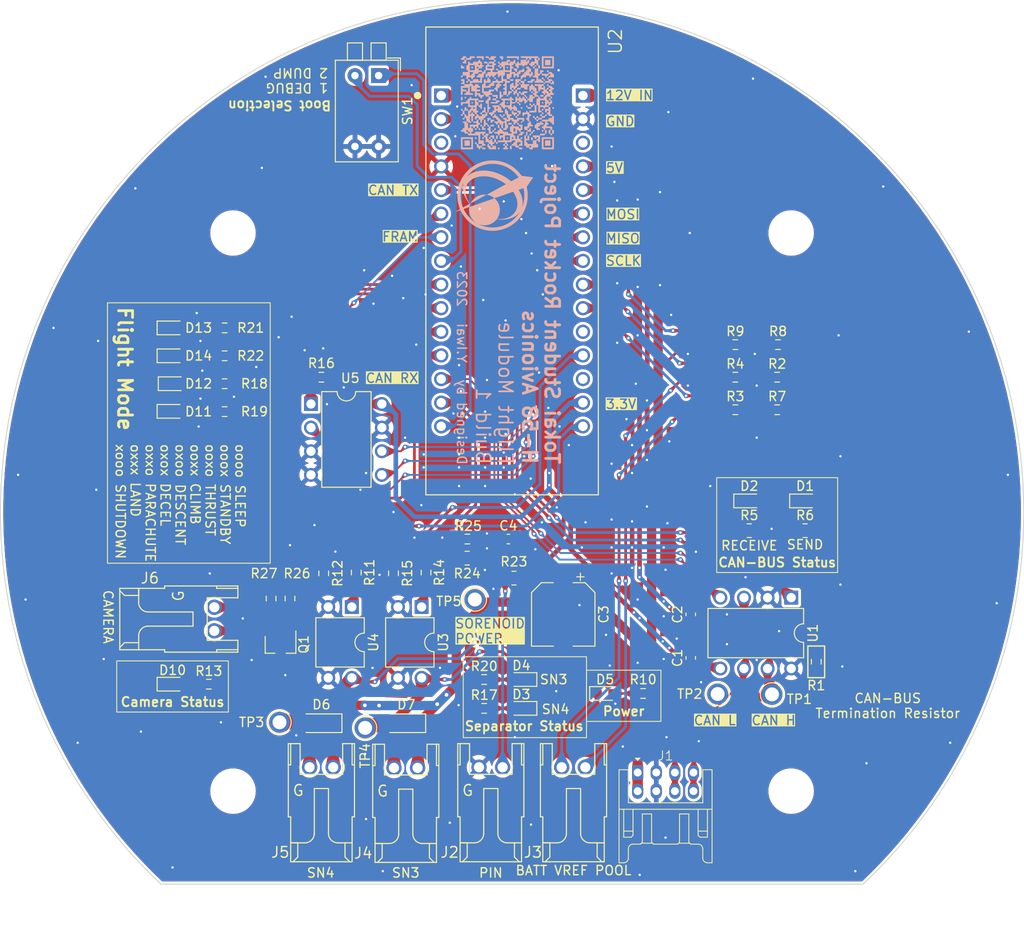
<source format=kicad_pcb>
(kicad_pcb (version 20221018) (generator pcbnew)
  (layers (0 "F.Cu" signal) (31 "B.Cu" signal) (34 "B.Paste" user) (35 "F.Paste" user) (36 "B.SilkS" user "B.Silkscreen") (37 "F.SilkS" user "F.Silkscreen") (38 "B.Mask" user) (39 "F.Mask" user) (44 "Edge.Cuts" user))
  (net 0 "")
  (net 1 "CAN_H")
  (net 2 "GND")
  (net 3 "+5V")
  (net 4 "+3.3V")
  (net 5 "CAN_L")
  (net 6 "CAN_TX")
  (net 7 "CAN_RX")
  (net 8 "Net-(C4-Pad1)")
  (net 9 "Net-(D3-K)")
  (net 10 "Net-(D4-K)")
  (net 11 "FLIGHT_PIN")
  (net 12 "SOLENOID_POWER")
  (net 13 "Net-(D5-A)")
  (net 14 "Net-(R11-Pad2)")
  (net 15 "Net-(D13-A)")
  (net 16 "Net-(D14-A)")
  (net 17 "Net-(R14-Pad2)")
  (net 18 "CONTROL_SEPARATOR_1")
  (net 19 "CONTROL_SEPARATOR_0")
  (net 20 "CONTROL_CAMERA")
  (net 21 "FLIGHT_MODE_BIT_0")
  (net 22 "FLIGHT_MODE_BIT_1")
  (net 23 "FLIGHT_MODE_BIT_2")
  (net 24 "FLIGHT_MODE_BIT_3")
  (net 25 "DEBUG_MODE")
  (net 26 "Net-(D1-A)")
  (net 27 "Net-(J2-Pin_2)")
  (net 28 "VOLTAGE_12V")
  (net 29 "VOLTAGE_VSW")
  (net 30 "VOLTAGE_BATT")
  (net 31 "DUMP_MODE")
  (net 32 "Net-(D4-A)")
  (net 33 "Net-(J3-Pin_1)")
  (net 34 "Net-(J3-Pin_2)")
  (net 35 "SPI_CS_FRAM")
  (net 36 "SPI_MISO")
  (net 37 "SPI_MOSI")
  (net 38 "SPI_SCLK")
  (net 39 "CAN_RECEIVE_STATUS")
  (net 40 "CAN_SEND_STATUS")
  (net 41 "Net-(D10-A)")
  (net 42 "Net-(D11-A)")
  (net 43 "Net-(D2-A)")
  (net 45 "Net-(D12-A)")
  (net 46 "Net-(D3-A)")
  (net 50 "Net-(J6-Pin_2)")
  (net 51 "Net-(J6-Pin_1)")
  (net 52 "Net-(Q1-B)")
  (footprint "Hirose_Connector:Hirose_DF1B" (layer "F.Cu") (at 128 136.242)
    (fp_text reference "J5")
    (fp_text value "Conn_01x02_Pin")
  )
  (footprint "Resistor_SMD:R_0603_1608Metric_Pad0.98x0.95mm_HandSolder" (layer "F.Cu") (at 122.592 114.2945 -90)
    (fp_text reference "R27")
    (fp_text value "4.7kΩ")
  )
  (footprint "MountingHole:MountingHole_4.5mm" (layer "F.Cu") (at 178.5 75)
    (fp_text reference "REF**" hide)
    (fp_text value "MountingHole_4.5mm" hide)
  )
  (footprint "Diode_SMD:D_SOD-123F" (layer "F.Cu") (at 128 127.7 180)
    (fp_text reference "D6")
    (fp_text value "1N4007")
  )
  (footprint "Package_TO_SOT_SMD:SC-59_Handsoldering" (layer "F.Cu") (at 123.608 119.224 -90)
    (fp_text reference "Q1")
    (fp_text value "Q_NPN_BEC")
  )
  (footprint "Resistor_SMD:R_0603_1608Metric_Pad0.98x0.95mm_HandSolder" (layer "F.Cu") (at 172.5 94)
    (fp_text reference "R3")
    (fp_text value "4.3kΩ")
  )
  (footprint "Resistor_SMD:R_0603_1608Metric_Pad0.98x0.95mm_HandSolder" (layer "F.Cu") (at 162.5875 124.5 180)
    (fp_text reference "R10")
    (fp_text value "2kΩ")
  )
  (footprint "Package_DIP:DIP-8_W7.62mm" (layer "F.Cu") (at 178.50875 114.2 -90)
    (fp_text reference "U1")
    (fp_text value "MCP2562-E-P")
  )
  (footprint "Hirose_Connector:Hirose_DF1B" (layer "F.Cu") (at 135.8 132.5)
    (fp_text reference "J4")
    (fp_text value "Conn_01x02_Pin")
  )
  (footprint "Resistor_SMD:R_0603_1608Metric_Pad0.98x0.95mm_HandSolder" (layer "F.Cu") (at 135.75 111.5875 90)
    (fp_text reference "R15")
    (fp_text value "120Ω")
  )
  (footprint "Package_DIP:DIP-4_W7.62mm" (layer "F.Cu") (at 131.275 115.2 -90)
    (fp_text reference "U4")
    (fp_text value "TLP222A")
  )
  (footprint "Resistor_SMD:R_0603_1608Metric_Pad0.98x0.95mm_HandSolder" (layer "F.Cu") (at 177.0875 87)
    (fp_text reference "R8")
    (fp_text value "750Ω")
  )
  (footprint "LED_SMD:LED_0603_1608Metric_Pad1.05x0.95mm_HandSolder" (layer "F.Cu") (at 112 85.2)
    (fp_text reference "D13")
    (fp_text value "GREEN")
  )
  (footprint "Resistor_SMD:R_0603_1608Metric_Pad0.98x0.95mm_HandSolder" (layer "F.Cu") (at 145.5 126.1)
    (fp_text reference "R17")
    (fp_text value "2kΩ")
  )
  (footprint "Package_DIP:DIP-4_W7.62mm" (layer "F.Cu") (at 138.775 115.2 -90)
    (fp_text reference "U3")
    (fp_text value "TLP222A")
  )
  (footprint "Capacitor_SMD:C_0603_1608Metric_Pad1.08x0.95mm_HandSolder" (layer "F.Cu") (at 167.70875 116 90)
    (fp_text reference "C2")
    (fp_text value "0.1μF")
  )
  (footprint "LED_SMD:LED_0603_1608Metric_Pad1.05x0.95mm_HandSolder" (layer "F.Cu") (at 112 88.2)
    (fp_text reference "D14")
    (fp_text value "GREEN")
  )
  (footprint "Resistor_SMD:R_0603_1608Metric_Pad0.98x0.95mm_HandSolder" (layer "F.Cu") (at 117.6 88.2 180)
    (fp_text reference "R22")
    (fp_text value "300Ω")
  )
  (footprint "Resistor_SMD:R_0603_1608Metric_Pad0.98x0.95mm_HandSolder" (layer "F.Cu") (at 117.6 94.2 180)
    (fp_text reference "R19")
    (fp_text value "300Ω")
  )
  (footprint "Resistor_SMD:R_0603_1608Metric_Pad0.98x0.95mm_HandSolder" (layer "F.Cu") (at 117.6 85.2 180)
    (fp_text reference "R21")
    (fp_text value "300Ω")
  )
  (footprint "Resistor_SMD:R_0603_1608Metric_Pad0.98x0.95mm_HandSolder" (layer "F.Cu") (at 128 90.5 180)
    (fp_text reference "R16")
    (fp_text value "4.7kΩ")
  )
  (footprint "Resistor_SMD:R_0603_1608Metric_Pad0.98x0.95mm_HandSolder" (layer "F.Cu") (at 143.7 107.9)
    (fp_text reference "R25")
    (fp_text value "1kΩ")
  )
  (footprint "Resistor_SMD:R_0603_1608Metric_Pad0.98x0.95mm_HandSolder" (layer "F.Cu") (at 115.9 123.5 180)
    (fp_text reference "R13")
    (fp_text value "300Ω")
  )
  (footprint "LED_SMD:LED_0603_1608Metric_Pad1.05x0.95mm_HandSolder" (layer "F.Cu") (at 112 94.17)
    (fp_text reference "D11")
    (fp_text value "GREEN")
  )
  (footprint "LED_SMD:LED_0603_1608Metric_Pad1.05x0.95mm_HandSolder" (layer "F.Cu") (at 180 103.8)
    (fp_text reference "D1")
    (fp_text value "ORANGE")
  )
  (footprint "Capacitor_SMD:C_0603_1608Metric_Pad1.08x0.95mm_HandSolder" (layer "F.Cu") (at 167.709457 120.675707 90)
    (fp_text reference "C1")
    (fp_text value "0.1μF")
  )
  (footprint "Resistor_SMD:R_0805_2012Metric_Pad1.20x1.40mm_HandSolder" (layer "F.Cu") (at 180 107)
    (fp_text reference "R6")
    (fp_text value "100Ω")
  )
  (footprint "Hirose_Connector:Hirose_DF1B" (layer "F.Cu") (at 112.675 116.5 -90)
    (fp_text reference "J6")
    (fp_text value "Conn_01x02_Pin")
  )
  (footprint "LED_SMD:LED_0603_1608Metric_Pad1.05x0.95mm_HandSolder" (layer "F.Cu") (at 174 103.8)
    (fp_text reference "D2")
    (fp_text value "ORANGE")
  )
  (footprint "Resistor_SMD:R_0603_1608Metric_Pad0.98x0.95mm_HandSolder" (layer "F.Cu") (at 181.2 121.0875 90)
    (fp_text reference "R1")
    (fp_text value "120R1/4W")
  )
  (footprint "Resistor_SMD:R_0805_2012Metric_Pad1.20x1.40mm_HandSolder" (layer "F.Cu") (at 174 107)
    (fp_text reference "R5")
    (fp_text value "100Ω")
  )
  (footprint "Capacitor_SMD:C_0603_1608Metric_Pad1.08x0.95mm_HandSolder" (layer "F.Cu") (at 148.1 107.9)
    (fp_text reference "C4")
    (fp_text value "0.1μF")
  )
  (footprint "MountingHole:MountingHole_4.5mm" (layer "F.Cu") (at 118.5 135)
    (fp_text reference "REF**" hide)
    (fp_text value "MountingHole_4.5mm" hide)
  )
  (footprint "Package_DIP:DIP-8_W7.62mm" (layer "F.Cu") (at 126.88 93.38)
    (fp_text reference "U5")
    (fp_text value "MB85RS2MT")
  )
  (footprint "Resistor_SMD:R_0603_1608Metric_Pad0.98x0.95mm_HandSolder" (layer "F.Cu") (at 117.6 91.2 180)
    (fp_text reference "R18")
    (fp_text value "300Ω")
  )
  (footprint "Resistor_SMD:R_0603_1608Metric_Pad0.98x0.95mm_HandSolder" (layer "F.Cu") (at 145.5 123)
    (fp_text reference "R20")
    (fp_text value "2kΩ")
  )
  (footprint "Resistor_SMD:R_0603_1608Metric_Pad0.98x0.95mm_HandSolder" (layer "F.Cu") (at 172.5 87)
    (fp_text reference "R9")
    (fp_text value "3kΩ")
  )
  (footprint "Resistor_SMD:R_0603_1608Metric_Pad0.98x0.95mm_HandSolder" (layer "F.Cu") (at 172.5 90.5)
    (fp_text reference "R4")
    (fp_text value "5.6kΩ")
  )
  (footprint "Hirose_Connector:Hirose_DF1B" (layer "F.Cu") (at 146.214 136.242)
    (fp_text reference "J2")
    (fp_text value "Conn_01x02_Pin")
  )
  (footprint "MountingHole:MountingHole_4.5mm" (layer "F.Cu") (at 178.5 135)
    (fp_text reference "e" hide)
    (fp_text value "MountingHole_4.5mm" hide)
  )
  (footprint "Resistor_SMD:R_0603_1608Metric_Pad0.98x0.95mm_HandSolder" (layer "F.Cu") (at 139.25 111.5 -90)
    (fp_text reference "R14")
    (fp_text value "120Ω")
  )
  (footprint "Connector_Pin:Pin_D1.0mm_L10.0mm" (layer "F.Cu") (at 123.5 127.6)
    (fp_text reference "TP3")
    (fp_text value "TestPoint")
  )
  (footprint "LED_SMD:LED_0603_1608Metric_Pad1.05x0.95mm_HandSolder" (layer "F.Cu") (at 149.5 126.1 180)
    (fp_text reference "D3")
    (fp_text value "GREEN")
  )
  (footprint "Resistor_SMD:R_0603_1608Metric_Pad0.98x0.95mm_HandSolder" (layer "F.Cu") (at 131.75 111.5 -90)
    (fp_text reference "R11")
    (fp_text value "120Ω")
  )
  (footprint "Resistor_SMD:R_0805_2012Metric_Pad1.20x1.40mm_HandSolder" (layer "F.Cu") (at 148.7 112.1 180)
    (fp_text reference "R23")
    (fp_text value "10kΩ")
  )
  (footprint "LED_SMD:LED_0603_1608Metric_Pad1.05x0.95mm_HandSolder" (layer "F.Cu") (at 112 123.5)
    (fp_text reference "D10")
    (fp_text value "RED")
  )
  (footprint "Hirose_Connector:Hirose_DF1B" (layer "F.Cu") (at 155.104 136.242)
    (fp_text reference "J3")
    (fp_text value "Conn_01x02_Pin")
  )
  (footprint "NUCLEO-F303K8:MODULE_NUCLEO-F303K8" (layer "F.Cu") (at 148.5 78)
    (fp_text reference "U2")
    (fp_text value "NUCLEO-F303K8")
  )
  (footprint "Resistor_SMD:R_0603_1608Metric_Pad0.98x0.95mm_HandSolder" (layer "F.Cu") (at 124.624 114.2945 -90)
    (fp_text reference "R26")
    (fp_text value "4.7kΩ")
  )
  (footprint "Button_Switch_THT:SW_DIP_SPSTx02_Piano_10.8x6.64mm_W7.62mm_P2.54mm" (layer "F.Cu") (at 134.15 58.075 -90)
    (fp_text reference "SW1")
    (fp_text value "SW_DIP_x02")
  )
  (footprint "Resistor_SMD:R_0603_1608Metric_Pad0.98x0.95mm_HandSolder" (layer "F.Cu") (at 177 90.5)
    (fp_text reference "R2")
    (fp_text value "820Ω")
  )
  (footprint "Connector_Pin:Pin_D1.0mm_L10.0mm" (layer "F.Cu") (at 170.598 124.558)
    (fp_text reference "TP2")
    (fp_text value "TestPoint")
  )
  (footprint "Diode_SMD:D_SOD-123F" (layer "F.Cu") (at 137 127.7 180)
    (fp_text reference "D7")
    (fp_text value "1N4007")
  )
  (footprint "LED_SMD:LED_0603_1608Metric_Pad1.05x0.95mm_HandSolder" (layer "F.Cu") (at 158.5 124.5)
    (fp_text reference "D5")
    (fp_text value "RED")
  )
  (footprint "MountingHole:MountingHole_4.5mm" (layer "F.Cu") (at 118.5 75)
    (fp_text reference "REF**" hide)
    (fp_text value "MountingHole_4.5mm" hide)
  )
  (footprint "Connector_Pin:Pin_D1.0mm_L10.0mm" (layer "F.Cu") (at 176.44 124.6)
    (fp_text reference "TP1")
    (fp_text value "TestPoint")
  )
  (footprint "Hirose_Connector:Hirose_DF11B-8DP-2DS" (layer "F.Cu") (at 162 133)
    (fp_text reference "J1")
    (fp_text value "Conn_01x08")
  )
  (footprint "Connector_Pin:Pin_D1.0mm_L10.0mm" (layer "F.Cu") (at 132.7 128.2)
    (fp_text reference "TP4")
    (fp_text value "TestPoint")
  )
  (footprint "Resistor_SMD:R_0603_1608Metric_Pad0.98x0.95mm_HandSolder" (layer "F.Cu") (at 177 94)
    (fp_text reference "R7")
    (fp_text value "820Ω")
  )
  (footprint "LED_SMD:LED_0603_1608Metric_Pad1.05x0.95mm_HandSolder" (layer "F.Cu") (at 149.5 123 180)
    (fp_text reference "D4")
    (fp_text value "GREEN")
  )
  (footprint "Connector_Pin:Pin_D1.0mm_L10.0mm" (layer "F.Cu") (at 144.5 114.4)
    (fp_text reference "TP5")
    (fp_text value "TestPoint")
  )
  (footprint "LED_SMD:LED_0603_1608Metric_Pad1.05x0.95mm_HandSolder" (layer "F.Cu") (at 112.125 91.2)
    (fp_text reference "D12")
    (fp_text value "GREEN")
  )
  (footprint "Resistor_SMD:R_0805_2012Metric_Pad1.20x1.40mm_HandSolder" (layer "F.Cu") (at 143.674 109.953 180)
    (fp_text reference "R24")
    (fp_text value "10kΩ")
  )
  (footprint "Resistor_SMD:R_0603_1608Metric_Pad0.98x0.95mm_HandSolder" (layer "F.Cu") (at 128.25 111.5875 90)
    (fp_text reference "R12")
    (fp_text value "120Ω")
  )
  (footprint "Capacitor_SMD:CP_Elec_6.3x5.9" (layer "F.Cu") (at 154 116 -90)
    (fp_text reference "C3")
    (fp_text value "47μF")
  )
  (footprint "LOGO" (layer "B.Cu") (at 148 61 90)
    (fp_text reference "G***" hide)
    (fp_text value "LOGO" hide)
  )
  (footprint "LOGO" (layer "B.Cu") (at 146.5 71 90)
    (fp_text reference "G***" hide)
    (fp_text value "LOGO" hide)
  )
  (gr_rect (start 156.5 122) (end 164.5 127.5) (stroke (width 0.1)) (fill none) (layer "F.SilkS"))
  (gr_rect (start 180.3 119.4) (end 182.1 122.8) (stroke (width 0.15)) (fill none) (layer "F.SilkS"))
  (gr_rect (start 105 82.5) (end 122.5 110.5) (stroke (width 0.1)) (fill none) (layer "F.SilkS"))
  (gr_rect (start 106 121) (end 118 126.5) (stroke (width 0.1)) (fill none) (layer "F.SilkS"))
  (gr_rect (start 143.25 120.55) (end 156.5 129.25) (stroke (width 0.1)) (fill none) (layer "F.SilkS"))
  (gr_rect (start 170.5 101.3) (end 183.5 111.5) (stroke (width 0.1)) (fill none) (layer "F.SilkS"))
  (gr_arc locked (start 110.75 145) (mid 148.5 49.999432) (end 186.25 145) (stroke (width 0.1)) (layer "Edge.Cuts"))
  (gr_line locked (start 186.25 145) (end 110.75 145) (stroke (width 0.1)) (layer "Edge.Cuts"))
  (gr_text "Tokai Student Rocket Poject\nH-58 Avionics" (at 149.5 100 270) (layer "B.SilkS") (effects (font (size 1.5 1.5) (thickness 0.3) bold) (justify left bottom mirror)))
  (gr_text "Designed by 　Y.Iwai 　2023" (at 142.5 100 270) (layer "B.SilkS") (effects (font (size 1 1) (thickness 0.153)) (justify left bottom mirror)))
  (gr_text "Flight Module\nBuild 1" (at 144.5 100 270) (layer "B.SilkS") (effects (font (size 1.5 1.5) (thickness 0.1875)) (justify left bottom mirror)))
  (gr_text "GND" (at 158.5 63) (layer "F.SilkS" knockout) (effects (font (size 1 1) (thickness 0.153)) (justify left)))
  (gr_text "MISO" (at 158.5 75.6) (layer "F.SilkS" knockout) (effects (font (size 1 1) (thickness 0.153)) (justify left)))
  (gr_text "SN4" (at 151.6 126.2) (layer "F.SilkS") (effects (font (size 1 1) (thickness 0.153)) (justify left)))
  (gr_text "1 DEBUG\n2 DUMP" (at 128.8 57.2 180) (layer "F.SilkS") (effects (font (size 1 1) (thickness 0.153)) (justify left bottom)))
  (gr_text "Boot Selection\n" (at 123.5 60.7 180) (layer "F.SilkS") (effects (font (size 1 1) (thickness 0.2) bold) (justify bottom)))
  (gr_text "SN3" (at 137.07 144.37) (layer "F.SilkS") (effects (font (size 1 1) (thickness 0.153)) (justify bottom)))
  (gr_text "SORENOID\nPOWER" (at 142.3 117.8) (layer "F.SilkS" knockout) (effects (font (size 1 1) (thickness 0.153)) (justify left)))
  (gr_text "5V" (at 158.5 68) (layer "F.SilkS" knockout) (effects (font (size 1 1) (thickness 0.153)) (justify left)))
  (gr_text "oooo SLEEP\nooox STANDBY\nooxo THRUST\nooxx CLIMB\noxoo DESCENT\noxox DECEL\noxxo PARACHUTE\noxxx LAND\nxooo SHUTDOWN" (at 105.8 97.6 270) (layer "F.SilkS") (effects (font (size 1 1) (thickness 0.153)) (justify left bottom)))
  (gr_text "CAN RX" (at 138.5 90.6) (layer "F.SilkS" knockout) (effects (font (size 1 1) (thickness 0.153)) (justify right)))
  (gr_text "SN3" (at 151.4 123) (layer "F.SilkS") (effects (font (size 1 1) (thickness 0.153)) (justify left)))
  (gr_text "CAN H" (at 174.154 127.4) (layer "F.SilkS" knockout) (effects (font (size 1 1) (thickness 0.153)) (justify left)))
  (gr_text "BATT VREF POOL" (at 155.104 144.116) (layer "F.SilkS") (effects (font (size 1 1) (thickness 0.153)) (justify bottom)))
  (gr_text "SN4" (at 127.926 144.37) (layer "F.SilkS") (effects (font (size 1 1) (thickness 0.153)) (justify bottom)))
  (gr_text "SCLK" (at 158.5 78) (layer "F.SilkS" knockout) (effects (font (size 1 1) (thickness 0.153)) (justify left)))
  (gr_text "MOSI" (at 158.5 73) (layer "F.SilkS" knockout) (effects (font (size 1 1) (thickness 0.153)) (justify left)))
  (gr_text "CAN L" (at 172.63 127.4) (layer "F.SilkS" knockout) (effects (font (size 1 1) (thickness 0.153)) (justify right)))
  (gr_text "RECEIVE" (at 174.0016 108.6068) (layer "F.SilkS") (effects (font (size 1 1) (thickness 0.153))))
  (gr_text "12V IN" (at 158.5 60.2) (layer "F.SilkS" knockout) (effects (font (size 1 1) (thickness 0.153)) (justify left)))
  (gr_text "CAN-BUS\nTermination Resistor" (at 188.886 125.828) (layer "F.SilkS") (effects (font (size 1 1) (thickness 0.153))))
  (gr_text "CAN TX" (at 138.5 70.4) (layer "F.SilkS" knockout) (effects (font (size 1 1) (thickness 0.153)) (justify right)))
  (gr_text "Separator Status" (at 149.8 128.6) (layer "F.SilkS") (effects (font (size 1 1) (thickness 0.2) bold) (justify bottom)))
  (gr_text "Camera Status" (at 112 126) (layer "F.SilkS") (effects (font (size 1 1) (thickness 0.2) bold) (justify bottom)))
  (gr_text "SEND" (at 180 108.5) (layer "F.SilkS") (effects (font (size 1 1) (thickness 0.153))))
  (gr_text "CAMERA" (at 104.485 116.27 270) (layer "F.SilkS") (effects (font (size 1 1) (thickness 0.153)) (justify bottom)))
  (gr_text "Power" (at 160.5 127) (layer "F.SilkS") (effects (font (size 1 1) (thickness 0.2) bold) (justify bottom)))
  (gr_text "Flight Mode" (at 106 89.6 -90) (layer "F.SilkS") (effects (font (size 1.5 1.5) (thickness 0.3) bold) (justify bottom)))
  (gr_text "PIN" (at 146.214 144.37) (layer "F.SilkS") (effects (font (size 1 1) (thickness 0.153)) (justify bottom)))
  (gr_text "3.3V" (at 158.5 93.4) (layer "F.SilkS" knockout) (effects (font (size 1 1) (thickness 0.153)) (justify left)))
  (gr_text "FRAM" (at 138.5 75.4) (layer "F.SilkS" knockout) (effects (font (size 1 1) (thickness 0.153)) (justify right)))
  (gr_text "CAN-BUS Status" (at 177 111) (layer "F.SilkS") (effects (font (size 1 1) (thickness 0.2) bold) (justify bottom)))
  (segment (start 168 131.7) (end 168 133) (width 0.2) (layer "F.Cu") (net 1))
  (segment (start 175.96875 123.73125) (end 175.96875 121.82) (width 0.2) (layer "F.Cu") (net 1))
  (segment (start 180.6 122) (end 181.2 122) (width 0.2) (layer "F.Cu") (net 1))
  (segment (start 175.96875 120.83125) (end 176.6 120.2) (width 0.2) (layer "F.Cu") (net 1))
  (segment (start 168 133) (end 168 135) (width 0.2) (layer "F.Cu") (net 1))
  (segment (start 178.8 120.2) (end 180.6 122) (width 0.2) (layer "F.Cu") (net 1))
  (segment (start 175.1 124.6) (end 175.96875 123.73125) (width 0.2) (layer "F.Cu") (net 1))
  (segment (start 175.96875 121.82) (end 175.96875 120.83125) (width 0.2) (layer "F.Cu") (net 1))
  (segment (start 175.1 124.6) (end 168 131.7) (width 0.2) (layer "F.Cu") (net 1))
  (segment (start 176.6 120.2) (end 178.8 120.2) (width 0.2) (layer "F.Cu") (net 1))
  (via (at 164.8 116.2) (size 0.51) (drill 0.25) (layers "F.Cu" "B.Cu") (net 2))
  (via (at 150.6 77.2) (size 0.51) (drill 0.25) (layers "F.Cu" "B.Cu") (net 2))
  (via (at 104 86.6) (size 0.51) (drill 0.25) (layers "F.Cu" "B.Cu") (net 2))
  (via (at 150 75) (size 0.51) (drill 0.25) (layers "F.Cu" "B.Cu") (net 2))
  (via (at 158.6 118.2) (size 0.51) (drill 0.25) (layers "F.Cu" "B.Cu") (net 2))
  (via (at 96.2 114.4) (size 0.51) (drill 0.25) (layers "F.Cu" "B.Cu") (net 2))
  (via (at 163 99.4) (size 0.51) (drill 0.25) (layers "F.Cu" "B.Cu") (net 2))
  (via (at 156 108.8) (size 0.51) (drill 0.25) (layers "F.Cu" "B.Cu") (net 2))
  (via (at 149.8 99) (size 0.51) (drill 0.25) (layers "F.Cu" "B.Cu") (net 2))
  (via (at 114.8 95.8) (size 0.51) (drill 0.25) (layers "F.Cu" "B.Cu") (net 2))
  (via (at 145 72.4) (size 0.51) (drill 0.25) (layers "F.Cu" "B.Cu") (net 2))
  (via (at 159.8 86.8) (size 0.51) (drill 0.25) (layers "F.Cu" "B.Cu") (net 2))
  (via (at 135.75 105) (size 0.51) (drill 0.25) (layers "F.Cu" "B.Cu") (net 2))
  (via (at 197.6 85.6) (size 0.51) (drill 0.25) (layers "F.Cu" "B.Cu") (net 2))
  (via (at 161.4 111) (size 0.51) (drill 0.25) (layers "F.Cu" "B.Cu") (net 2))
  (via (at 145.6 102.2) (size 0.51) (drill 0.25) (layers "F.Cu" "B.Cu") (net 2))
  (via (at 151.4 90) (size 0.51) (drill 0.25) (layers "F.Cu" "B.Cu") (net 2))
  (via (at 163 96.2) (size 0.51) (drill 0.25) (layers "F.Cu" "B.Cu") (net 2))
  (via (at 162 71.4) (size 0.51) (drill 0.25) (layers "F.Cu" "B.Cu") (net 2))
  (via (at 138.2 87) (size 0.51) (drill 0.25) (layers "F.Cu" "B.Cu") (net 2))
  (via (at 165 140) (size 0.51) (drill 0.25) (layers "F.Cu" "B.Cu") (net 2))
  (via (at 104.6 120.8) (size 0.51) (drill 0.25) (layers "F.Cu" "B.Cu") (net 2))
  (via (at 163 104.4) (size 0.51) (drill 0.25) (layers "F.Cu" "B.Cu") (net 2))
  (via (at 153.25 124.25) (size 0.51) (drill 0.25) (layers "F.Cu" "B.Cu") (net 2))
  (via (at 159 121.5) (size 0.51) (drill 0.25) (layers "F.Cu" "B.Cu") (net 2))
  (via (at 115 86.6) (size 0.51) (drill 0.25) (layers "F.Cu" "B.Cu") (net 2))
  (via (at 165.6 83.8) (size 0.51) (drill 0.25) (layers "F.Cu" "B.Cu") (net 2))
  (via (at 138.75 104.25) (size 0.51) (drill 0.25) (layers "F.Cu" "B.Cu") (net 2))
  (via (at 162 86) (size 0.51) (drill 0.25) (layers "F.Cu" "B.Cu") (net 2))
  (via (at 121.6 68) (size 0.51) (drill 0.25) (layers "F.Cu" "B.Cu") (net 2))
  (via (at 101.8 129.8) (size 0.51) (drill 0.25) (layers "F.Cu" "B.Cu") (net 2))
  (via (at 142.8 102.2) (size 0.51) (drill 0.25) (layers "F.Cu" "B.Cu") (net 2))
  (via (at 141.8 138.4) (size 0.51) (drill 0.25) (layers "F.Cu" "B.Cu") (net 2))
  (via (at 145.6 98.8) (size 0.51) (drill 0.25) (layers "F.Cu" "B.Cu") (net 2))
  (via (at 151 109) (size 0.51) (drill 0.25) (layers "F.Cu" "B.Cu") (net 2))
  (via (at 132.6 79) (size 0.51) (drill 0.25) (layers "F.Cu" "B.Cu") (net 2))
  (via (at 112 143.2) (size 0.51) (drill 0.25) (layers "F.Cu" "B.Cu") (net 2))
  (via (at 142.8 97) (size 0.51) (drill 0.25) (layers "F.Cu" "B.Cu") (net 2))
  (via (at 156.4 106.1) (size 0.51) (drill 0.25) (layers "F.Cu" "B.Cu") (net 2))
  (via (at 200.6 114.8) (size 0.51) (drill 0.25) (layers "F.Cu" "B.Cu") (net 2))
  (via (at 188.4 70) (size 0.51) (drill 0.25) (layers "F.Cu" "B.Cu") (net 2))
  (via (at 159.8 80.4) (size 0.51) (drill 0.25) (layers "F.Cu" "B.Cu") (net 2))
  (via (at 185.4 143.6) (size 0.51) (drill 0.25) (layers "F.Cu" "B.Cu") (net 2))
  (via (at 145.4 82.2) (size 0.51) (drill 0.25) (layers "F.Cu" "B.Cu") (net 2))
  (via (at 143 92) (size 0.51) (drill 0.25) (layers "F.Cu" "B.Cu") (net 2))
  (via (at 152.8 67.8) (size 0.51) (drill 0.25) (layers "F.Cu" "B.Cu") (net 2))
  (via (at 139.2 81.6) (size 0.51) (drill 0.25) (layers "F.Cu" "B.Cu") (net 2))
  (via (at 115 92.8) (size 0.51) (drill 0.25) (layers "F.Cu" "B.Cu") (net 2))
  (via (at 159.8 71.5) (size 0.51) (drill 0.25) (layers "F.Cu" "B.Cu") (net 2))
  (via (at 137 97) (size 0.51) (drill 0.25) (layers "F.Cu" "B.Cu") (net 2))
  (via (at 167.4 88) (size 0.51) (drill 0.25) (layers "F.Cu" "B.Cu") (net 2))
  (via (at 153.3 104.5) (size 0.51) (drill 0.25) (layers "F.Cu" "B.Cu") (net 2))
  (via (at 145.6 100.2) (size 0.51) (drill 0.25) (layers "F.Cu" "B.Cu") (net 2))
  (via (at 133.5 121.75) (size 0.51) (drill 0.25) (layers "F.Cu" "B.Cu") (net 2))
  (via (at 147.8 84.4) (size 0.51) (drill 0.25) (layers "F.Cu" "B.Cu") (net 2))
  (via (at 148.8 129.2) (size 0.51) (drill 0.25) (layers "F.Cu" "B.Cu") (net 2))
  (via (at 142.75 125.75) (size 0.51) (drill 0.25) (layers "F.Cu" "B.Cu") (net 2))
  (via (at 142.4 64.6) (size 0.51) (drill 0.25) (layers "F.Cu" "B.Cu") (net 2))
  (via (at 132.8 100.8) (size 0.51) (drill 0.25) (layers "F.Cu" "B.Cu") (net 2))
  (via (at 154.6 97.8) (size 0.51) (drill 0.25) (layers "F.Cu" "B.Cu") (net 2))
  (via (at 161.4 100.8) (size 0.51) (drill 0.25) (layers "F.Cu" "B.Cu") (net 2))
  (via (at 165 111.2) (size 0.51) (drill 0.25) (layers "F.Cu" "B.Cu") (net 2))
  (via (at 160.8 95) (size 0.51) (drill 0.25) (layers "F.Cu" "B.Cu") (net 2))
  (via (at 201.8 101) (size 0.51) (drill 0.25) (layers "F.Cu" "B.Cu") (net 2))
  (via (at 162 114.4) (size 0.51) (drill 0.25) (layers "F.Cu" "B.Cu") (net 2))
  (via (at 168.2612 109.2672) (size 0.51) (drill 0.25) (layers "F.Cu" "B.Cu") (net 2))
  (via (at 132.8 138) (size 0.51) (drill 0.25) (layers "F.Cu" "B.Cu") (net 2))
  (via (at 164.4 80.6) (size 0.51) (drill 0.25) (layers "F.Cu" "B.Cu") (net 2))
  (via (at 147.6 98.6) (size 0.51) (drill 0.25) (layers "F.Cu" "B.Cu") (net 2))
  (via (at 177.2 117.8) (size 0.51) (drill 0.25) (layers "F.Cu" "B.Cu") (net 2))
  (via (at 116 111.6) (size 0.51) (drill 0.25) (layers "F.Cu" "B.Cu") (net 2))
  (via (at 135.6 79.6) (size 0.51) (drill 0.25) (layers "F.Cu" "B.Cu") (net 2))
  (via (at 151.7 106.1) (size 0.51) (drill 0.25) (layers "F.Cu" "B.Cu") (net 2))
  (via (at 145.8 90.8) (size 0.51) (drill 0.25) (layers "F.Cu" "B.Cu") (net 2))
  (via (at 132.2 102.6) (size 0.51) (drill 0.25) (layers "F.Cu" "B.Cu") (net 2))
  (via (at 130.4 91.6) (size 0.51) (drill 0.25) (layers "F.Cu" "B.Cu") (net 2))
  (via (at 121 89.4) (size 0.51) (drill 0.25) (layers "F.Cu" "B.Cu") (net 2))
  (via (at 136.8 82) (size 0.51) (drill 0.25) (layers "F.Cu" "B.Cu") (net 2))
  (via (at 183.6 86) (size 0.51) (drill 0.25) (layers "F.Cu" "B.Cu") (net 2))
  (via (at 165.4 97.4) (size 0.51) (drill 0.25) (layers "F.Cu" "B.Cu") (net 2))
  (via (at 167.4 91.4) (size 0.51) (drill 0.25) (layers "F.Cu" "B.Cu") (net 2))
  (via (at 176.4 106.8) (size 0.51) (drill 0.25) (layers "F.Cu" "B.Cu") (net 2))
  (via (at 133.6 82.6) (size 0.51) (drill 0.25) (layers "F.Cu" "B.Cu") (net 2))
  (via (at 138 107.75) (size 0.51) (drill 0.25) (layers "F.Cu" "B.Cu") (net 2))
  (via (at 184 121.6) (size 0.51) (drill 0.25) (layers "F.Cu" "B.Cu") (net 2))
  (via (at 171.6 116) (size 0.51) (drill 0.25) (layers "F.Cu" "B.Cu") (net 2))
  (via (at 171.6 119.2) (size 0.51) (drill 0.25) (layers "F.Cu" "B.Cu") (net 2))
  (via (at 119.544 116.43) (size 0.51) (drill 0.25) (layers "F.Cu" "B.Cu") (net 2))
  (via (at 162 121.2) (size 0.51) (drill 0.25) (layers "F.Cu" "B.Cu") (net 2))
  (via (at 145.6 97) (size 0.51) (drill 0.25) (layers "F.Cu" "B.Cu") (net 2))
  (via (at 153.6 95.8) (size 0.51) (drill 0.25) (layers "F.Cu" "B.Cu") (net 2))
  (via (at 129.5 109.25) (size 0.51) (drill 0.25) (layers "F.Cu" "B.Cu") (net 2))
  (via (at 174.6 88) (size 0.51) (drill 0.25) (layers "F.Cu" "B.Cu") (net 2))
  (via (at 164.8 120.8) (size 0.51) (drill 0.25) (layers "F.Cu" "B.Cu") (net 2))
  (via (at 164.8 108.8) (size 0.51) (drill 0.25) (layers "F.Cu" "B.Cu") (net 2))
  (via (at 126.2 87.6) (size 0.51) (drill 0.25) (layers "F.Cu" "B.Cu") (net 2))
  (via (at 159.2 108.8) (size 0.51) (drill 0.25) (layers "F.Cu" "B.Cu") (net 2))
  (via (at 120.5 120.9) (size 0.51) (drill 0.25) (layers "F.Cu" "B.Cu") (net 2))
  (via (at 123.4 86.2) (size 0.51) (drill 0.25) (layers "F.Cu" "B.Cu") (net 2))
  (via (at 155.75 115) (size 0.51) (drill 0.25) (layers "F.Cu" "B.Cu") (net 2))
  (via (at 128.2 87.4) (size 0.51) (drill 0.25) (layers "F.Cu" "B.Cu") (net 2))
  (via (at 143 78.6) (size 0.51) (drill 0.25) (layers "F.Cu" "B.Cu") (net 2))
  (via (at 160.4 130.2) (size 0.51) (drill 0.25) (layers "F.Cu" "B.Cu") (net 2))
  (via (at 139 100.2) (size 0.51) (drill 0.25) (layers "F.Cu" "B.Cu") (net 2))
  (via (at 162.216 144) (size 0.51) (drill 0.25) (layers "F.Cu" "B.Cu") (net 2))
  (via (at 169.8 102.2) (size 0.51) (drill 0.25) (layers "F.Cu" "B.Cu") (net 2))
  (via (at 114.6 83.6) (size 0.51) (drill 0.25) (layers "F.Cu" "B.Cu") (net 2))
  (via (at 137.7 59.1) (size 0.51) (drill 0.25) (layers "F.Cu" "B.Cu") (net 2))
  (via (at 159.2 65.7) (size 0.51) (drill 0.25) (layers "F.Cu" "B.Cu") (net 2))
  (via (at 162 80.8) (size 0.51) (drill 0.25) (layers "F.Cu" "B.Cu") (net 2))
  (via (at 149.5 73.5) (size 0.51) (drill 0.25) (layers "F.Cu" "B.Cu") (net 2))
  (via (at 173.6 112) (size 0.51) (drill 0.25) (layers "F.Cu" "B.Cu") (net 2))
  (via (at 142.8 100.2) (size 0.51) (drill 0.25) (layers "F.Cu" "B.Cu") (net 2))
  (via (at 147.6 71.6) (size 0.51) (drill 0.25) (layers "F.Cu" "B.Cu") (net 2))
  (via (at 108 70.2) (size 0.51) (drill 0.25) (layers "F.Cu" "B.Cu") (net 2))
  (via (at 125.3 129) (size 0.51) (drill 0.25) (layers "F.Cu" "B.Cu") (net 2))
  (via (at 148 51.2) (size 0.51) (drill 0.25) (layers "F.Cu" "B.Cu") (net 2))
  (via (at 183.8 112.8) (size 0.51) (drill 0.25) (layers "F.Cu" "B.Cu") (net 2))
  (via (at 142.2 94.4) (size 0.51) (drill 0.25) (layers "F.Cu" "B.Cu") (net 2))
  (via (at 149.5 67) (size 0.51) (drill 0.25) (layers "F.Cu" "B.Cu") (net 2))
  (via (at 161.4 97.8) (size 0.51) (drill 0.25) (layers "F.Cu" "B.Cu") (net 2))
  (via (at 174.4 58.4) (size 0.51) (drill 0.25) (layers "F.Cu" "B.Cu") (net 2))
  (via (at 148.8 103.1) (size 0.51) (drill 0.25) (layers "F.Cu" "B.Cu") (net 2))
  (via (at 146.5 113.25) (size 0.51) (drill 0.25) (layers "F.Cu" "B.Cu") (net 2))
  (via (at 132.7 131) (size 0.51) (drill 0.25) (layers "F.Cu" "B.Cu") (net 2))
  (via (at 183.8 99) (size 0.51) (drill 0.25) (layers "F.Cu" "B.Cu") (net 2))
  (via (at 141 107.75) (size 0.51) (drill 0.25) (layers "F.Cu" "B.Cu") (net 2))
  (via (at 151.8 81.6) (size 0.51) (drill 0.25) (layers "F.Cu" "B.Cu") (net 2))
  (via (at 145.579 111.223) (size 0.51) (drill 0.25) (layers "F.Cu" "B.Cu") (net 2))
  (via (at 117.2 127.6) (size 0.51) (drill 0.25) (layers "F.Cu" "B.Cu") (net 2))
  (via (at 167.6 75) (size 0.51) (drill 0.25) (layers "F.Cu" "B.Cu") (net 2))
  (via (at 164.4 70.6) (size 0.51) (drill 0.25) (layers "F.Cu" "B.Cu") (net 2))
  (via (at 139 76.6) (size 0.51) (drill 0.25) (layers "F.Cu" "B.Cu") (net 2))
  (via (at 161.8 91.2) (size 0.51) (drill 0.25) (layers "F.Cu" "B.Cu") (net 2))
  (via (at 124.624 108.556) (size 0.51) (drill 0.25) (layers "F.Cu" "B.Cu") (net 2))
  (via (at 103.8 102.6) (size 0.51) (drill 0.25) (layers "F.Cu" "B.Cu") (net 2))
  (via (at 195.6 129.8) (size 0.51) (drill 0.25) (layers "F.Cu" "B.Cu") (net 2))
  (via (at 127.25 106.4) (size 0.51) (drill 0.25) (layers "F.Cu" "B.Cu") (net 2))
  (via (at 166.2 118.6) (size 0.51) (drill 0.25) (layers "F.Cu" "B.Cu") (net 2))
  (via (at 124.116 122.526) (size 0.51) (drill 0.25) (layers "F.Cu" "B.Cu") (net 2))
  (via (at 174.8 120.9) (size 0.51) (drill 0.25) (layers "F.Cu" "B.Cu") (net 2))
  (via (at 124.8 84) (size 0.51) (drill 0.25) (layers "F.Cu" "B.Cu") (net 2))
  (via (at 140.75 121.75) (size 0.51) (drill 0.25) (layers "F.Cu" "B.Cu") (net 2))
  (via (at 145.8 108.9) (size 0.51) (drill 0.25) (layers "F.Cu" "B.Cu") (net 2))
  (via (at 151.2 79) (size 0.51) (drill 0.25) (layers "F.Cu" "B.Cu") (net 2))
  (via (at 152.4 93.8) (size 0.51) (drill 0.25) (layers "F.Cu" "B.Cu") (net 2))
  (via (at 186.6 132) (size 0.51) (drill 0.25) (layers "F.Cu" "B.Cu") (net 2))
  (via (at 142.8 89.2) (size 0.51) (drill 0.25) (layers "F.Cu" "B.Cu") (net 2))
  (via (at 150.5 101.4) (size 0.51) (drill 0.25) (layers "F.Cu" "B.Cu") (net 2))
  (via (at 134.25 111.75) (size 0.51) (drill 0.25) (layers "F.Cu" "B.Cu") (net 2))
  (via (at 159.6 125.6) (size 0.51) (drill 0.25) (layers "F.Cu" "B.Cu") (net 2))
  (via (at 159.2 105.8) (size 0.51) (drill 0.25) (layers "F.Cu" "B.Cu") (net 2))
  (via (at 165.2 106.2) (size 0.51) (drill 0.25) (layers "F.Cu" "B.Cu") (net 2))
  (via (at 115.2 89.8) (size 0.51) (drill 0.25) (layers "F.Cu" "B.Cu") (net 2))
  (via (at 99.2 85.2) (size 0.51) (drill 0.25) (layers "F.Cu" "B.Cu") (net 2))
  (via (at 174.8 97) (size 0.51) (drill 0.25) (layers "F.Cu" "B.Cu") (net 2))
  (via (at 153.5 57.5) (size 0.51) (drill 0.25) (layers "F.Cu" "B.Cu") (net 2))
  (via (at 134.6 143.6) (size 0.51) (drill 0.25) (layers "F.Cu" "B.Cu") (net 2))
  (via (at 159.5 69.5) (size 0.51) (drill 0.25) (layers "F.Cu" "B.Cu") (net 2))
  (via (at 142 74.2) (size 0.51) (drill 0.25) (layers "F.Cu" "B.Cu") (net 2))
  (via (at 145.6 94.2) (size 0.51) (drill 0.25) (layers "F.Cu" "B.Cu") (net 2))
  (via (at 142.8 98.8) (size 0.51) (drill 0.25) (layers "F.Cu" "B.Cu") (net 2))
  (via (at 174.8 91.4) (size 0.51) (drill 0.25) (layers "F.Cu" "B.Cu") (net 2))
  (via (at 128.6 93.4) (size 0.51) (drill 0.25) (layers "F.Cu" "B.Cu") (net 2))
  (via (at 95.4 101) (size 0.51) (drill 0.25) (layers "F.Cu" "B.Cu") (net 2))
  (via (at 161.4 108.8) (size 0.51) (drill 0.25) (layers "F.Cu" "B.Cu") (net 2))
  (via (at 144.7 117.75) (size 0.51) (drill 0.25) (layers "F.Cu" "B.Cu") (net 2))
  (via (at 163 93) (size 0.51) (drill 0.25) (layers "F.Cu" "B.Cu") (net 2))
  (via (at 161.4 106) (size 0.51) (drill 0.25) (layers "F.Cu" "B.Cu") (net 2))
  (via (at 122 58.2) (size 0.51) (drill 0.25) (layers "F.Cu" "B.Cu") (net 2))
  (via (at 118.6 92.6) (size 0.51) (drill 0.25) (layers "F.Cu" "B.Cu") (net 2))
  (via (at 108.6 128.6) (size 0.51) (drill 0.25) (layers "F.Cu" "B.Cu") (net 2))
  (via (at 147.6 100.2) (size 0.51) (drill 0.25) (layers "F.Cu" "B.Cu") (net 2))
  (via (at 139 98.8) (size 0.51) (drill 0.25) (layers "F.Cu" "B.Cu") (net 2))
  (via (at 168.82 123.288) (size 0.51) (drill 0.25) (layers "F.Cu" "B.Cu") (net 2))
  (via (at 150.532 138.6) (size 0.51) (drill 0.25) (layers "F.Cu" "B.Cu") (net 2))
  (via (at 168.566 129.638) (size 0.51) (drill 0.25) (layers "F.Cu" "B.Cu") (net 2))
  (via (at 159.2 111.6) (size 0.51) (drill 0.25) (layers "F.Cu" "B.Cu") (net 2))
  (via (at 147.8 96.6) (size 0.51) (drill 0.25) (layers "F.Cu" "B.Cu") (net 2))
  (via (at 165.3 62) (size 0.51) (drill 0.25) (layers "F.Cu" "B.Cu") (net 2))
  (via (at 142.6 61.4) (size 0.51) (drill 0.25) (layers "F.Cu" "B.Cu") (net 2))
  (via (at 165.1 129.2) (size 0.51) (drill 0.25) (layers "F.Cu" "B.Cu") (net 2))
  (via (at 159.2 99.8) (size 0.51) (drill 0.25) (layers "F.Cu" "B.Cu") (net 2))
  (via (at 145.8 107.3) (size 0.51) (drill 0.25) (layers "F.Cu" "B.Cu") (net 2))
  (segment (start 163.03 70.43) (end 160.44 67.84) (width 0.5) (layer "F.Cu") (net 3))
  (segment (start 172.17125 117.0375) (end 173.42875 115.78) (width 0.5) (layer "F.Cu") (net 3))
  (segment (start 163.03 91.77) (end 163.03 70.43) (width 0.5) (layer "F.Cu") (net 3))
  (segment (start 160.44 67.84) (end 156.12 67.84) (width 0.5) (layer "F.Cu") (net 3))
  (segment (start 162.2 92.6) (end 163.03 91.77) (width 0.5) (layer "F.Cu") (net 3))
  (segment (start 162.2 111) (end 162.2 92.6) (width 0.5) (layer "F.Cu") (net 3))
  (segment (start 167.70875 117.0375) (end 172.17125 117.0375) (width 0.5) (layer "F.Cu") (net 3))
  (segment (start 173.42875 115.78) (end 173.42875 114.2) (width 0.5) (layer "F.Cu") (net 3))
  (segment (start 164.8 114.6) (end 167.2375 117.0375) (width 0.5) (layer "F.Cu") (net 3))
  (segment (start 162.2 111) (end 162.2 112) (width 0.5) (layer "F.Cu") (net 3))
  (via (at 162.2 112) (size 0.51) (drill 0.25) (layers "F.Cu" "B.Cu") (net 3))
  (via (at 162.2 111) (size 0.51) (drill 0.25) (layers "F.Cu" "B.Cu") (net 3))
  (via (at 164.8 114.6) (size 0.51) (drill 0.25) (layers "F.Cu" "B.Cu") (net 3))
  (via (at 165.4 115.2) (size 0.51) (drill 0.25) (layers "F.Cu" "B.Cu") (net 3))
  (segment (start 162.2 111) (end 162.2 112) (width 0.5) (layer "B.Cu") (net 3))
  (segment (start 162.2 112) (end 165.4 115.2) (width 0.5) (layer "B.Cu") (net 3))
  (segment (start 162.2 116.4) (end 154.8 109) (width 0.5) (layer "F.Cu") (net 4))
  (segment (start 150.4 112.1) (end 154.8 107.7) (width 0.5) (layer "F.Cu") (net 4))
  (segment (start 154.8 104.8) (end 154.8 107.7) (width 0.5) (layer "F.Cu") (net 4))
  (segment (start 154.8 104.8) (end 152.5 102.5) (width 0.5) (layer "F.Cu") (net 4))
  (segment (start 128.9125 91.9125) (end 128.9125 90.5) (width 0.5) (layer "F.Cu") (net 4))
  (segment (start 130.38 93.38) (end 128.9125 91.9125) (width 0.5) (layer "F.Cu") (net 4))
  (segment (start 152.5 102.1) (end 152.5 100.8) (width 0.5) (layer "F.Cu") (net 4))
  (segment (start 149.7 112.1) (end 150.4 112.1) (width 0.5) (layer "F.Cu") (net 4))
  (segment (start 167.70875 121.5375) (end 170.60625 121.5375) (width 0.5) (layer "F.Cu") (net 4))
  (segment (start 134.5 93.38) (end 130.38 93.38) (width 0.5) (layer "F.Cu") (net 4))
  (segment (start 152.5 102.5) (end 152.5 102.1) (width 0.5) (layer "F.Cu") (net 4))
  (segment (start 154.8 107.7) (end 154.8 109) (width 0.5) (layer "F.Cu") (net 4))
  (segment (start 164.7 118.9) (end 167.3375 121.5375) (width 0.5) (layer "F.Cu") (net 4))
  (via (at 161.6 115.8) (size 0.51) (drill 0.25) (layers "F.Cu" "B.Cu") (net 4))
  (via (at 162.2 116.4) (size 0.51) (drill 0.25) (layers "F.Cu" "B.Cu") (net 4))
  (via (at 164.7 118.9) (size 0.51) (drill 0.25) (layers "F.Cu" "B.Cu") (net 4))
  (via (at 165.4 119.6) (size 0.51) (drill 0.25) (layers "F.Cu" "B.Cu") (net 4))
  (via (at 152.5 102.1) (size 0.51) (drill 0.25) (layers "F.Cu" "B.Cu") (net 4))
  (via (at 152.5 100.8) (size 0.51) (drill 0.25) (layers "F.Cu" "B.Cu") (net 4))
  (segment (start 164.7 118.9) (end 165.4 119.6) (width 0.5) (layer "B.Cu") (net 4))
  (segment (start 152.5 102.5) (end 149.5 105.5) (width 0.5) (layer "B.Cu") (net 4))
  (segment (start 156.12 93.24) (end 154.76 93.24) (width 0.5) (layer "B.Cu") (net 4))
  (segment (start 152.5 95.5) (end 152.5 102.5) (width 0.5) (layer "B.Cu") (net 4))
  (segment (start 136 103.5) (end 136 94.5) (width 0.5) (layer "B.Cu") (net 4))
  (segment (start 136 94.5) (end 134.88 93.38) (width 0.5) (layer "B.Cu") (net 4))
  (segment (start 164.7 118.9) (end 162.2 116.4) (width 0.5) (layer "B.Cu") (net 4))
  (segment (start 162.2 116.4) (end 161.6 115.8) (width 0.5) (layer "B.Cu") (net 4))
  (segment (start 149.5 105.5) (end 138 105.5) (width 0.5) (layer "B.Cu") (net 4))
  (segment (start 154.76 93.24) (end 152.5 95.5) (width 0.5) (layer "B.Cu") (net 4))
  (segment (start 138 105.5) (end 136 103.5) (width 0.5) (layer "B.Cu") (net 4))
  (segment (start 173.42875 121.82) (end 173.42875 123.07125) (width 0.2) (layer "F.Cu") (net 5))
  (segment (start 173.42875 123.07125) (end 166 130.5) (width 0.2) (layer "F.Cu") (net 5))
  (segment (start 166 135) (end 166 133) (width 0.2) (layer "F.Cu") (net 5))
  (segment (start 180.825 119.8) (end 181.2 120.175) (width 0.2) (layer "F.Cu") (net 5))
  (segment (start 166 130.5) (end 166 133) (width 0.2) (layer "F.Cu") (net 5))
  (segment (start 173.42875 120.77125) (end 174.4 119.8) (width 0.2) (layer "F.Cu") (net 5))
  (segment (start 173.42875 121.82) (end 173.42875 120.77125) (width 0.2) (layer "F.Cu") (net 5))
  (segment (start 174.4 119.8) (end 180.825 119.8) (width 0.2) (layer "F.Cu") (net 5))
  (segment (start 144.88 70.38) (end 140.88 70.38) (width 0.2) (layer "F.Cu") (net 6))
  (segment (start 147 102.7) (end 147 72.5) (width 0.2) (layer "F.Cu") (net 6))
  (segment (start 177.10875 112.8) (end 178.50875 114.2) (width 0.2) (layer "F.Cu") (net 6))
  (segment (start 166.8 109.4) (end 167.4 110) (width 0.2) (layer "F.Cu") (net 6))
  (segment (start 147 72.5) (end 144.88 70.38) (width 0.2) (layer "F.Cu") (net 6))
  (segment (start 166.6 109.4) (end 166.8 109.4) (width 0.2) (layer "F.Cu") (net 6))
  (segment (start 167.4 110.343817) (end 169.856183 112.8) (width 0.2) (layer "F.Cu") (net 6))
  (segment (start 151.6 107.3) (end 147 102.7) (width 0.2) (layer "F.Cu") (net 6))
  (segment (start 167.4 110) (end 167.4 110.343817) (width 0.2) (layer "F.Cu") (net 6))
  (segment (start 169.856183 112.8) (end 177.10875 112.8) (width 0.2) (layer "F.Cu") (net 6))
  (via (at 166.6 109.4) (size 0.51) (drill 0.25) (layers "F.Cu" "B.Cu") (net 6))
  (via (at 151.6 107.3) (size 0.51) (drill 0.25) (layers "F.Cu" "B.Cu") (net 6))
  (segment (start 151.6 107.3) (end 153.7 109.4) (width 0.2) (layer "B.Cu") (net 6))
  (segment (start 153.7 109.4) (end 166.6 109.4) (width 0.2) (layer "B.Cu") (net 6))
  (segment (start 166.6 110.109503) (end 170.690497 114.2) (width 0.2) (layer "F.Cu") (net 7))
  (segment (start 146.6 93.4) (end 143.9 90.7) (width 0.2) (layer "F.Cu") (net 7))
  (segment (start 150.857909 107.342091) (end 150.857909 107.123595) (width 0.2) (layer "F.Cu") (net 7))
  (segment (start 143.9 90.7) (end 140.88 90.7) (width 0.2) (layer "F.Cu") (net 7))
  (segment (start 146.6 102.865686) (end 146.6 93.4) (width 0.2) (layer "F.Cu") (net 7))
  (segment (start 150.857909 107.123595) (end 146.6 102.865686) (width 0.2) (layer "F.Cu") (net 7))
  (via (at 150.857909 107.342091) (size 0.51) (drill 0.25) (layers "F.Cu" "B.Cu") (net 7))
  (via (at 166.6 110.109503) (size 0.51) (drill 0.25) (layers "F.Cu" "B.Cu") (net 7))
  (segment (start 153.625321 110.109503) (end 150.857909 107.342091) (width 0.2) (layer "B.Cu") (net 7))
  (segment (start 166.6 110.109503) (end 153.625321 110.109503) (width 0.2) (layer "B.Cu") (net 7))
  (segment (start 144.6125 109.8915) (end 144.674 109.953) (width 0.2) (layer "F.Cu") (net 8))
  (segment (start 144.6675 107.955) (end 147.0075 107.955) (width 0.2) (layer "F.Cu") (net 8))
  (segment (start 144.6125 107.9) (end 144.6125 109.8915) (width 0.2) (layer "F.Cu") (net 8))
  (segment (start 126.73 127.83) (end 126.6 127.7) (width 1) (layer "F.Cu") (net 9))
  (segment (start 152 124.475) (end 152 121.5) (width 0.3) (layer "F.Cu") (net 9))
  (segment (start 133.75 123.25) (end 131.705 123.25) (width 0.3) (layer "F.Cu") (net 9))
  (segment (start 149.5 119) (end 144.5 119) (width 0.3) (layer "F.Cu") (net 9))
  (segment (start 131.705 123.25) (end 131.275 122.82) (width 0.3) (layer "F.Cu") (net 9))
  (segment (start 126.6 127.495) (end 131.275 122.82) (width 1) (layer "F.Cu") (net 9))
  (segment (start 126.445 127.545) (end 123.555 127.545) (width 1) (layer "F.Cu") (net 9))
  (segment (start 126.6 127.7) (end 126.445 127.545) (width 1) (layer "F.Cu") (net 9))
  (segment (start 152 121.5) (end 149.5 119) (width 0.3) (layer "F.Cu") (net 9))
  (segment (start 126.73 132.19) (end 126.73 127.83) (width 1) (layer "F.Cu") (net 9))
  (segment (start 126.6 127.7) (end 126.6 127.495) (width 1) (layer "F.Cu") (net 9))
  (segment (start 150.375 126.1) (end 152 124.475) (width 0.3) (layer "F.Cu") (net 9))
  (via (at 144.5 119) (size 0.51) (drill 0.25) (layers "F.Cu" "B.Cu") (net 9))
  (via (at 133.75 123.25) (size 0.51) (drill 0.25) (layers "F.Cu" "B.Cu") (net 9))
  (segment (start 136.25 120.75) (end 142.75 120.75) (width 0.3) (layer "B.Cu") (net 9))
  (segment (start 133.75 123.25) (end 136.25 120.75) (width 0.3) (layer "B.Cu") (net 9))
  (segment (start 142.75 120.75) (end 144.5 119) (width 0.3) (layer "B.Cu") (net 9))
  (segment (start 135.6 127.7) (end 138.775 124.525) (width 1) (layer "F.Cu") (net 10))
  (segment (start 147.5 120) (end 150.375 122.875) (width 0.3) (layer "F.Cu") (net 10))
  (segment (start 133.2 127.7) (end 132.7 128.2) (width 1) (layer "F.Cu") (net 10))
  (segment (start 135.8 132.5) (end 135.8 127.9) (width 1) (layer "F.Cu") (net 10))
  (segment (start 145 120) (end 147.5 120) (width 0.3) (layer "F.Cu") (net 10))
  (segment (start 141.25 123) (end 138.955 123) (width 0.3) (layer "F.Cu") (net 10))
  (segment (start 138.775 124.525) (end 138.775 122.82) (width 1) (layer "F.Cu") (net 10))
  (segment (start 135.6 127.7) (end 133.2 127.7) (width 1) (layer "F.Cu") (net 10))
  (segment (start 135.8 127.9) (end 135.6 127.7) (width 1) (layer "F.Cu") (net 10))
  (via (at 141.25 123) (size 0.51) (drill 0.25) (layers "F.Cu" "B.Cu") (net 10))
  (via (at 145 120) (size 0.51) (drill 0.25) (layers "F.Cu" "B.Cu") (net 10))
  (segment (start 141.25 123) (end 142 123) (width 0.3) (layer "B.Cu") (net 10))
  (segment (start 142 123) (end 145 120) (width 0.3) (layer "B.Cu") (net 10))
  (segment (start 142.7875 106.0125) (end 144.5875 104.2125) (width 0.3) (layer "F.Cu") (net 11))
  (segment (start 142.7875 107.9) (end 142.7875 106.0125) (width 0.3) (layer "F.Cu") (net 11))
  (segment (start 144.5875 95.3375) (end 142.49 93.24) (width 0.3) (layer "F.Cu") (net 11))
  (segment (start 142.49 93.24) (end 140.88 93.24) (width 0.3) (layer "F.Cu") (net 11))
  (segment (start 144.5875 104.2125) (end 144.5875 95.3375) (width 0.3) (layer "F.Cu") (net 11))
  (segment (start 162.625 61.886701) (end 163.313299 62.575) (width 1) (layer "F.Cu") (net 12))
  (segment (start 164.2 89.8) (end 167 87) (width 0.3) (layer "F.Cu") (net 12))
  (segment (start 154 113.3) (end 156.3 113.3) (width 1) (layer "F.Cu") (net 12))
  (segment (start 129.27 132.19) (end 129.27 127.83) (width 1) (layer "F.Cu") (net 12))
  (segment (start 163.313299 62.575) (end 163.375 62.575) (width 1) (layer "F.Cu") (net 12))
  (segment (start 167 87) (end 171.5875 87) (width 0.3) (layer "F.Cu") (net 12))
  (segment (start 142.5 124.0125) (end 142.5 123.6) (width 0.3) (layer "F.Cu") (net 12))
  (segment (start 129.27 127.83) (end 129.4 127.7) (width 1) (layer "F.Cu") (net 12))
  (segment (start 163.5 129.624) (end 162 131.124) (width 1) (layer "F.Cu") (net 12))
  (segment (start 164.2 105) (end 163.5 105.7) (width 1) (layer "F.Cu") (net 12))
  (segment (start 138.34 132.5) (end 138.4 132.44) (width 1) (layer "F.Cu") (net 12))
  (segment (start 142.5 118) (end 145.825 114.675) (width 1) (layer "F.Cu") (net 12))
  (segment (start 132.7 125.8) (end 134.2 125.8) (width 1) (layer "F.Cu") (net 12))
  (segment (start 132.675 125.775) (end 131.325 125.775) (width 1) (layer "F.Cu") (net 12))
  (segment (start 156.12 60.22) (end 161.02 60.22) (width 1) (layer "F.Cu") (net 12))
  (segment (start 164.2 83.2) (end 164.2 105) (width 1) (layer "F.Cu") (net 12))
  (segment (start 162 131.124) (end 162 133) (width 1) (layer "F.Cu") (net 12))
  (segment (start 152.625 114.675) (end 154 113.3) (width 1) (layer "F.Cu") (net 12))
  (segment (start 138.4 127.7) (end 142.5 123.6) (width 1) (layer "F.Cu") (net 12))
  (segment (start 131.325 125.775) (end 129.4 127.7) (width 1) (layer "F.Cu") (net 12))
  (segment (start 138.4 132.44) (end 138.4 127.7) (width 1) (layer "F.Cu") (net 12))
  (segment (start 142.5 121.325) (end 142.5 121) (width 0.3) (layer "F.Cu") (net 12))
  (segment (start 142.5 121) (end 142.5 118) (width 1) (layer "F.Cu") (net 12))
  (segment (start 161.02 60.22) (end 162.625 61.825) (width 1) (layer "F.Cu") (net 12))
  (segment (start 166 81.4) (end 164.2 83.2) (width 1) (layer "F.Cu") (net 12))
  (segment (start 162.625 61.825) (end 162.625 61.886701) (width 1) (layer "F.Cu") (net 12))
  (segment (start 142.5 123.6) (end 142.5 121) (width 1) (layer "F.Cu") (net 12))
  (segment (start 145.825 114.675) (end 152.625 114.675) (width 1) (layer "F.Cu") (net 12))
  (segment (start 144.5875 126.1) (end 142.5 124.0125) (width 0.3) (layer "F.Cu") (net 12))
  (segment (start 162 133) (end 162 135) (width 1) (layer "F.Cu") (net 12))
  (segment (start 166 65.2) (end 166 81.4) (width 1) (layer "F.Cu") (net 12))
  (segment (start 163.5 105.7) (end 163.5 129.624) (width 1) (layer "F.Cu") (net 12))
  (segment (start 144.5 123) (end 142.5 121) (width 0.3) (layer "F.Cu") (net 12))
  (segment (start 163.375 62.575) (end 166 65.2) (width 1) (layer "F.Cu") (net 12))
  (segment (start 132.675 125.775) (end 132.7 125.8) (width 1) (layer "F.Cu") (net 12))
  (segment (start 156.3 113.3) (end 163.5 120.5) (width 1) (layer "F.Cu") (net 12))
  (via (at 140.45 125.65) (size 0.8) (drill 0.4) (layers "F.Cu" "B.Cu") (net 12))
  (via (at 132.675 125.775) (size 0.8) (drill 0.4) (layers "F.Cu" "B.Cu") (net 12))
  (via (at 134.2 125.8) (size 0.8) (drill 0.4) (layers "F.Cu" "B.Cu") (net 12))
  (via (at 141.45 124.65) (size 0.8) (drill 0.4) (layers "F.Cu" "B.Cu") (net 12))
  (segment (start 132.675 125.775) (end 132.7 125.8) (width 1) (layer "B.Cu") (net 12))
  (segment (start 132.7 125.8) (end 134.2 125.8) (width 1) (layer "B.Cu") (net 12))
  (segment (start 140.3 125.8) (end 141.45 124.65) (width 1) (layer "B.Cu") (net 12))
  (segment (start 134.2 125.8) (end 140.3 125.8) (width 1) (layer "B.Cu") (net 12))
  (segment (start 159.375 124.5) (end 161.675 124.5) (width 0.25) (layer "F.Cu") (net 13))
  (segment (start 131.75 112.4125) (end 131.75 114.725) (width 0.3) (layer "F.Cu") (net 14))
  (segment (start 128.25 112.5) (end 131.6625 112.5) (width 0.3) (layer "F.Cu") (net 14))
  (segment (start 112.875 85.2) (end 116.6875 85.2) (width 0.3) (layer "F.Cu") (net 15))
  (segment (start 112.875 88.2) (end 116.6875 88.2) (width 0.3) (layer "F.Cu") (net 16))
  (segment (start 135.75 112.5) (end 139.1625 112.5) (width 0.3) (layer "F.Cu") (net 17))
  (segment (start 139.25 112.4125) (end 139.25 114.725) (width 0.3) (layer "F.Cu") (net 17))
  (segment (start 139.25 110.5875) (end 139.25 107.3375) (width 0.3) (layer "F.Cu") (net 18))
  (segment (start 139.25 107.3375) (end 142.0875 104.5) (width 0.3) (layer "F.Cu") (net 18))
  (via (at 142.0875 104.5) (size 0.51) (drill 0.25) (layers "F.Cu" "B.Cu") (net 18))
  (segment (start 151.5 102) (end 151.5 91.5) (width 0.3) (layer "B.Cu") (net 18))
  (segment (start 154.84 88.16) (end 156.12 88.16) (width 0.3) (layer "B.Cu") (net 18))
  (segment (start 149 104.5) (end 151.5 102) (width 0.3) (layer "B.Cu") (net 18))
  (segment (start 142.0875 104.5) (end 149 104.5) (width 0.3) (layer "B.Cu") (net 18))
  (segment (start 151.5 91.5) (end 154.84 88.16) (width 0.3) (layer "B.Cu") (net 18))
  (segment (start 138.5 106.5) (end 135.175 106.5) (width 0.3) (layer "F.Cu") (net 19))
  (segment (start 135.175 106.5) (end 131.75 109.925) (width 0.3) (layer "F.Cu") (net 19))
  (segment (start 131.75 109.925) (end 131.75 110.5875) (width 0.3) (layer "F.Cu") (net 19))
  (via (at 138.5 106.5) (size 0.51) (drill 0.25) (layers "F.Cu" "B.Cu") (net 19))
  (segment (start 154.94 95.78) (end 156.12 95.78) (width 0.3) (layer "B.Cu") (net 19))
  (segment (start 153.5 97.22) (end 154.94 95.78) (width 0.3) (layer "B.Cu") (net 19))
  (segment (start 150 106.5) (end 153.5 103) (width 0.3) (layer "B.Cu") (net 19))
  (segment (start 153.5 103) (end 153.5 97.22) (width 0.3) (layer "B.Cu") (net 19))
  (segment (start 138.5 106.5) (end 150 106.5) (width 0.3) (layer "B.Cu") (net 19))
  (segment (start 136.5 103.5) (end 138 102) (width 0.3) (layer "F.Cu") (net 20))
  (segment (start 126 121.912) (end 126 112.366) (width 0.3) (layer "F.Cu") (net 20))
  (segment (start 139.09 88.16) (end 140.88 88.16) (width 0.3) (layer "F.Cu") (net 20))
  (segment (start 138 102) (end 138 89.25) (width 0.3) (layer "F.Cu") (net 20))
  (segment (start 116.8125 123.5) (end 124.412 123.5) (width 0.3) (layer "F.Cu") (net 20))
  (segment (start 124.984 113.382) (end 126 112.366) (width 0.3) (layer "F.Cu") (net 20))
  (segment (start 124.412 123.5) (end 126 121.912) (width 0.3) (layer "F.Cu") (net 20))
  (segment (start 138 89.25) (end 139.09 88.16) (width 0.3) (layer "F.Cu") (net 20))
  (segment (start 126 109.25) (end 131.75 103.5) (width 0.3) (layer "F.Cu") (net 20))
  (segment (start 126 112.366) (end 126 109.25) (width 0.3) (layer "F.Cu") (net 20))
  (segment (start 131.75 103.5) (end 136.5 103.5) (width 0.3) (layer "F.Cu") (net 20))
  (segment (start 124.624 113.382) (end 124.984 113.382) (width 0.3) (layer "F.Cu") (net 20))
  (segment (start 125.274696 85.2) (end 130.434696 80.04) (width 0.3) (layer "F.Cu") (net 21))
  (segment (start 133.21 80.04) (end 140.33 72.92) (width 0.3) (layer "F.Cu") (net 21))
  (segment (start 130.434696 80.04) (end 133.21 80.04) (width 0.3) (layer "F.Cu") (net 21))
  (segment (start 118.5125 85.2) (end 125.274696 85.2) (width 0.3) (layer "F.Cu") (net 21))
  (segment (start 130.641802 80.54) (end 140.88 80.54) (width 0.3) (layer "F.Cu") (net 22))
  (segment (start 122.981802 88.2) (end 130.641802 80.54) (width 0.3) (layer "F.Cu") (net 22))
  (segment (start 118.5125 88.2) (end 122.981802 88.2) (width 0.3) (layer "F.Cu") (net 22))
  (segment (start 118.5125 91.2) (end 120.688908 91.2) (width 0.3) (layer "F.Cu") (net 23))
  (segment (start 139.33 83.08) (end 140.88 83.08) (width 0.3) (layer "F.Cu") (net 23))
  (segment (start 137.29 81.04) (end 139.33 83.08) (width 0.3) (layer "F.Cu") (net 23))
  (segment (start 130.848908 81.04) (end 137.29 81.04) (width 0.3) (layer "F.Cu") (net 23))
  (segment (start 120.688908 91.2) (end 130.848908 81.04) (width 0.3) (layer "F.Cu") (net 23))
  (segment (start 118.5125 94.083514) (end 131.056014 81.54) (width 0.3) (layer "F.Cu") (net 24))
  (segment (start 135.04 81.54) (end 139.12 85.62) (width 0.3) (layer "F.Cu") (net 24))
  (segment (start 139.12 85.62) (end 140.88 85.62) (width 0.3) (layer "F.Cu") (net 24))
  (segment (start 131.056014 81.54) (end 135.04 81.54) (width 0.3) (layer "F.Cu") (net 24))
  (segment (start 140 66.5) (end 139 65.5) (width 0.3) (layer "B.Cu") (net 25))
  (segment (start 144 67.75) (end 144 94) (width 0.3) (layer "B.Cu") (net 25))
  (segment (start 140 66.5) (end 142.75 66.5) (width 0.3) (layer "B.Cu") (net 25))
  (segment (start 138.275 57.875) (end 134.55 57.875) (width 0.3) (layer "B.Cu") (net 25))
  (segment (start 142.75 66.5) (end 144 67.75) (width 0.3) (layer "B.Cu") (net 25))
  (segment (start 142.22 95.78) (end 140.88 95.78) (width 0.3) (layer "B.Cu") (net 25))
  (segment (start 139 58.6) (end 138.275 57.875) (width 0.3) (layer "B.Cu") (net 25))
  (segment (start 139 65.5) (end 139 58.6) (width 0.3) (layer "B.Cu") (net 25))
  (segment (start 144 94) (end 142.22 95.78) (width 0.3) (layer "B.Cu") (net 25))
  (segment (start 181 103.925) (end 180.9125 103.8375) (width 0.3) (layer "F.Cu") (net 26))
  (segment (start 180.9125 107) (end 181 106.9125) (width 0.3) (layer "F.Cu") (net 26))
  (segment (start 181 106.9125) (end 181 103.925) (width 0.3) (layer "F.Cu") (net 26))
  (segment (start 142.674 109.953) (end 142.674 109.8135) (width 0.3) (layer "F.Cu") (net 27))
  (segment (start 147.77 113.5) (end 147.77 112.17) (width 0.3) (layer "F.Cu") (net 27))
  (segment (start 147.77 112.17) (end 147.7 112.1) (width 0.3) (layer "F.Cu") (net 27))
  (segment (start 144.821 112.1) (end 142.674 109.953) (width 0.3) (layer "F.Cu") (net 27))
  (segment (start 147.7 112.1) (end 144.821 112.1) (width 0.3) (layer "F.Cu") (net 27))
  (via (at 147.77 113.5) (size 0.51) (drill 0.25) (layers "F.Cu" "B.Cu") (net 27))
  (segment (start 147.484 114.398) (end 147.484 132.432) (width 0.3) (layer "B.Cu") (net 27))
  (segment (start 147.77 113.5) (end 147.77 114.112) (width 0.3) (layer "B.Cu") (net 27))
  (segment (start 147.77 114.112) (end 147.484 114.398) (width 0.3) (layer "B.Cu") (net 27))
  (segment (start 161 81.6) (end 161 71) (width 0.3) (layer "F.Cu") (net 28))
  (segment (start 174.5 85.5) (end 175 86) (width 0.3) (layer "F.Cu") (net 28))
  (segment (start 174.5 87) (end 176.175 87) (width 0.3) (layer "F.Cu") (net 28))
  (segment (start 160.38 70.38) (end 156.12 70.38) (width 0.3) (layer "F.Cu") (net 28))
  (segment (start 161 71) (end 160.38 70.38) (width 0.3) (layer "F.Cu") (net 28))
  (segment (start 165.8 85.5) (end 174.5 85.5) (width 0.3) (layer "F.Cu") (net 28))
  (segment (start 175 86) (end 175 86.5) (width 0.3) (layer "F.Cu") (net 28))
  (segment (start 175 86.5) (end 174.5 87) (width 0.3) (layer "F.Cu") (net 28))
  (segment (start 173.4125 87) (end 174.5 87) (width 0.3) (layer "F.Cu") (net 28))
  (via (at 165.8 85.5) (size 0.51) (drill 0.25) (layers "F.Cu" "B.Cu") (net 28))
  (via (at 161 81.6) (size 0.51) (drill 0.25) (layers "F.Cu" "B.Cu") (net 28))
  (segment (start 165.8 85.5) (end 165 85.5) (width 0.3) (layer "B.Cu") (net 28))
  (segment (start 165 85.5) (end 161.1 81.6) (width 0.3) (layer "B.Cu") (net 28))
  (segment (start 161.1 81.6) (end 161 81.6) (width 0.3) (layer "B.Cu") (net 28))
  (segment (start 175 89.5) (end 175 90) (width 0.3) (layer "F.Cu") (net 29))
  (segment (start 173.4125 90.5) (end 174.5 90.5) (width 0.3) (layer "F.Cu") (net 29))
  (segment (start 175 90) (end 174.5 90.5) (width 0.3) (layer "F.Cu") (net 29))
  (segment (start 174.5 89) (end 175 89.5) (width 0.3) (layer "F.Cu") (net 29))
  (segment (start 174.5 90.5) (end 176.0875 90.5) (width 0.3) (layer "F.Cu") (net 29))
  (segment (start 158.04 80.54) (end 156.12 80.54) (width 0.3) (layer "F.Cu") (net 29))
  (segment (start 160.95 83.45) (end 158.04 80.54) (width 0.3) (layer "F.Cu") (net 29))
  (segment (start 166.5 89) (end 174.5 89) (width 0.3) (layer "F.Cu") (net 29))
  (via (at 166.5 89) (size 0.51) (drill 0.25) (layers "F.Cu" "B.Cu") (net 29))
  (via (at 160.95 83.45) (size 0.51) (drill 0.25) (layers "F.Cu" "B.Cu") (net 29))
  (segment (start 160.95 83.45) (end 166.5 89) (width 0.3) (layer "B.Cu") (net 29))
  (segment (start 175 93) (end 175 93.5) (width 0.3) (layer "F.Cu") (net 30))
  (segment (start 157.78 83.08) (end 156.12 83.08) (width 0.3) (layer "F.Cu") (net 30))
  (segment (start 175 93.5) (end 174.5 94) (width 0.3) (layer "F.Cu") (net 30))
  (segment (start 161 86.3) (end 157.78 83.08) (width 0.3) (layer "F.Cu") (net 30))
  (segment (start 174.5 94) (end 176.0875 94) (width 0.3) (layer "F.Cu") (net 30))
  (segment (start 174.5 92.5) (end 175 93) (width 0.3) (layer "F.Cu") (net 30))
  (segment (start 167.2 92.5) (end 174.5 92.5) (width 0.3) (layer "F.Cu") (net 30))
  (segment (start 173.4125 94) (end 174.5 94) (width 0.3) (layer "F.Cu") (net 30))
  (via (at 161 86.3) (size 0.51) (drill 0.25) (layers "F.Cu" "B.Cu") (net 30))
  (via (at 167.2 92.5) (size 0.51) (drill 0.25) (layers "F.Cu" "B.Cu") (net 30))
  (segment (start 161 86.3) (end 167.2 92.5) (width 0.3) (layer "B.Cu") (net 30))
  (segment (start 138.3 67.8) (end 138.3 61.2) (width 0.3) (layer "B.Cu") (net 31))
  (segment (start 143 77) (end 143 70) (width 0.3) (layer "B.Cu") (net 31))
  (segment (start 132.01 59.11) (end 132.01 57.875) (width 0.3) (layer "B.Cu") (net 31))
  (segment (start 140.88 78) (end 142 78) (width 0.3) (layer "B.Cu") (net 31))
  (segment (start 143 70) (end 142 69) (width 0.3) (layer "B.Cu") (net 31))
  (segment (start 133.2 60.3) (end 132.01 59.11) (width 0.3) (layer "B.Cu") (net 31))
  (segment (start 142 69) (end 139.5 69) (width 0.3) (layer "B.Cu") (net 31))
  (segment (start 138.3 61.2) (end 137.4 60.3) (width 0.3) (layer "B.Cu") (net 31))
  (segment (start 139.5 69) (end 138.3 67.8) (width 0.3) (layer "B.Cu") (net 31))
  (segment (start 142 78) (end 143 77) (width 0.3) (layer "B.Cu") (net 31))
  (segment (start 137.4 60.3) (end 133.2 60.3) (width 0.3) (layer "B.Cu") (net 31))
  (segment (start 146.4125 123) (end 148.625 123) (width 0.3) (layer "F.Cu") (net 32))
  (segment (start 165.7 95.3) (end 167 94) (width 0.3) (layer "F.Cu") (net 33))
  (segment (start 167 94) (end 171.5875 94) (width 0.3) (layer "F.Cu") (net 33))
  (segment (start 160 101) (end 160 112.4) (width 0.3) (layer "F.Cu") (net 33))
  (via (at 160 112.4) (size 0.51) (drill 0.25) (layers "F.Cu" "B.Cu") (net 33))
  (via (at 165.7 95.3) (size 0.51) (drill 0.25) (layers "F.Cu" "B.Cu") (net 33))
  (via (at 160 101) (size 0.51) (drill 0.25) (layers "F.Cu" "B.Cu") (net 33))
  (segment (start 153.834 128.966) (end 153.834 132.432) (width 0.3) (layer "B.Cu") (net 33))
  (segment (start 160 112.4) (end 160 122.8) (width 0.3) (layer "B.Cu") (net 33))
  (segment (start 160 122.8) (end 153.834 128.966) (width 0.3) (layer "B.Cu") (net 33))
  (segment (start 160 101) (end 165.7 95.3) (width 0.3) (layer "B.Cu") (net 33))
  (segment (start 160.709503 96.790497) (end 160.709503 112.4) (width 0.3) (layer "F.Cu") (net 34))
  (segment (start 165.537347 91.937347) (end 166.974694 90.5) (width 0.3) (layer "F.Cu") (net 34))
  (segment (start 166.974694 90.5) (end 171.5875 90.5) (width 0.3) (layer "F.Cu") (net 34))
  (via (at 165.537347 91.937347) (size 0.51) (drill 0.25) (layers "F.Cu" "B.Cu") (net 34))
  (via (at 160.709503 96.790497) (size 0.51) (drill 0.25) (layers "F.Cu" "B.Cu") (net 34))
  (via (at 160.709503 112.4) (size 0.51) (drill 0.25) (layers "F.Cu" "B.Cu") (net 34))
  (segment (start 160.709503 112.4) (end 160.709503 128.096497) (width 0.3) (layer "B.Cu") (net 34))
  (segment (start 160.709503 128.096497) (end 156.374 132.432) (width 0.3) (layer "B.Cu") (net 34))
  (segment (start 165.537347 91.962653) (end 160.709503 96.790497) (width 0.3) (layer "B.Cu") (net 34))
  (segment (start 165.537347 91.937347) (end 165.537347 91.962653) (width 0.3) (layer "B.Cu") (net 34))
  (segment (start 126.88 93.38) (end 126.88 90.7075) (width 0.2) (layer "F.Cu") (net 35))
  (segment (start 127.0875 90.5) (end 127.0875 86.9125) (width 0.2) (layer "F.Cu") (net 35))
  (segment (start 127.0875 86.9125) (end 131.5 82.5) (width 0.2) (layer "F.Cu") (net 35))
  (via (at 131.5 82.5) (size 0.51) (drill 0.25) (layers "F.Cu" "B.Cu") (net 35))
  (segment (start 138.54 75.46) (end 140.88 75.46) (width 0.2) (layer "B.Cu") (net 35))
  (segment (start 131.5 82.5) (end 138.54 75.46) (width 0.2) (layer "B.Cu") (net 35))
  (segment (start 150 78.96) (end 153.5 75.46) (width 0.2) (layer "F.Cu") (net 36))
  (segment (start 126.88 95.92) (end 133.46 102.5) (width 0.2) (layer "F.Cu") (net 36))
  (segment (start 150 95.5) (end 150 78.96) (width 0.2) (layer "F.Cu") (net 36))
  (segment (start 133.46 102.5) (end 135.5 102.5) (width 0.2) (layer "F.Cu") (net 36))
  (segment (start 135.5 102.5) (end 137 101) (width 0.2) (layer "F.Cu") (net 36))
  (segment (start 150.7755 96.2755) (end 150 95.5) (width 0.2) (layer "F.Cu") (net 36))
  (segment (start 153.5 75.46) (end 156.12 75.46) (width 0.2) (layer "F.Cu") (net 36))
  (segment (start 150.7755 99) (end 150.7755 96.2755) (width 0.2) (layer "F.Cu") (net 36))
  (via (at 137 101) (size 0.51) (drill 0.25) (layers "F.Cu" "B.Cu") (net 36))
  (via (at 150.7755 99) (size 0.51) (drill 0.25) (layers "F.Cu" "B.Cu") (net 36))
  (segment (start 148.7755 101) (end 137 101) (width 0.2) (layer "B.Cu") (net 36))
  (segment (start 150.7755 99) (end 148.7755 101) (width 0.2) (layer "B.Cu") (net 36))
  (segment (start 150 97.5) (end 150 97) (width 0.2) (layer "F.Cu") (net 37))
  (segment (start 153.58 72.92) (end 156.12 72.92) (width 0.2) (layer "F.Cu") (net 37))
  (segment (start 150 97) (end 149.5 96.5) (width 0.2) (layer "F.Cu") (net 37))
  (segment (start 137 99.5) (end 135.5 101) (width 0.2) (layer "F.Cu") (net 37))
  (segment (start 135.5 101) (end 134.5 101) (width 0.2) (layer "F.Cu") (net 37))
  (segment (start 149.5 96.5) (end 149.5 77) (width 0.2) (layer "F.Cu") (net 37))
  (segment (start 149.5 77) (end 153.58 72.92) (width 0.2) (layer "F.Cu") (net 37))
  (via (at 137 99.5) (size 0.51) (drill 0.25) (layers "F.Cu" "B.Cu") (net 37))
  (via (at 150 97.5) (size 0.51) (drill 0.25) (layers "F.Cu" "B.Cu") (net 37))
  (segment (start 150 98) (end 148.5 99.5) (width 0.2) (layer "B.Cu") (net 37))
  (segment (start 150 97.5) (end 150 98) (width 0.2) (layer "B.Cu") (net 37))
  (segment (start 148.5 99.5) (end 137 99.5) (width 0.2) (layer "B.Cu") (net 37))
  (segment (start 150.5 81) (end 153.5 78) (width 0.2) (layer "F.Cu") (net 38))
  (segment (start 150.5 93.4745) (end 150.5 81) (width 0.2) (layer "F.Cu") (net 38))
  (segment (start 150.7755 94.5) (end 150.7755 93.75) (width 0.2) (layer "F.Cu") (net 38))
  (segment (start 153.5 78) (end 156.12 78) (width 0.2) (layer "F.Cu") (net 38))
  (segment (start 150.7755 93.75) (end 150.5 93.4745) (width 0.2) (layer "F.Cu") (net 38))
  (segment (start 137 98) (end 136.54 98.46) (width 0.2) (layer "F.Cu") (net 38))
  (segment (start 136.54 98.46) (end 134.5 98.46) (width 0.2) (layer "F.Cu") (net 38))
  (via (at 137 98) (size 0.51) (drill 0.25) (layers "F.Cu" "B.Cu") (net 38))
  (via (at 150.7755 94.5) (size 0.51) (drill 0.25) (layers "F.Cu" "B.Cu") (net 38))
  (segment (start 150.7755 94.5) (end 150.7755 94.7245) (width 0.2) (layer "B.Cu") (net 38))
  (segment (start 150.7755 94.7245) (end 147.5 98) (width 0.2) (layer "B.Cu") (net 38))
  (segment (start 147.5 98) (end 137 98) (width 0.2) (layer "B.Cu") (net 38))
  (segment (start 150.5 66) (end 144.72 60.22) (width 0.3) (layer "F.Cu") (net 39))
  (segment (start 150.5 73.6444) (end 150.5 66) (width 0.3) (layer "F.Cu") (net 39))
  (segment (start 149.05 101.35) (end 149.05 75.0944) (width 0.3) (layer "F.Cu") (net 39))
  (segment (start 153.3 105.6) (end 149.05 101.35) (width 0.3) (layer "F.Cu") (net 39))
  (segment (start 144.72 60.22) (end 140.88 60.22) (width 0.3) (layer "F.Cu") (net 39))
  (segment (start 149.05 75.0944) (end 150.5 73.6444) (width 0.3) (layer "F.Cu") (net 39))
  (segment (start 166.6 107.2) (end 172.8875 107.2) (width 0.3) (layer "F.Cu") (net 39))
  (via (at 166.6 107.2) (size 0.51) (drill 0.25) (layers "F.Cu" "B.Cu") (net 39))
  (via (at 153.3 105.6) (size 0.51) (drill 0.25) (layers "F.Cu" "B.Cu") (net 39))
  (segment (start 153.3 105.6) (end 154.9 107.2) (width 0.3) (layer "B.Cu") (net 39))
  (segment (start 154.9 107.2) (end 166.6 107.2) (width 0.3) (layer "B.Cu") (net 39))
  (segment (start 148.5 66.5) (end 144.76 62.76) (width 0.3) (layer "F.Cu") (net 40))
  (segment (start 166.8512 108.2512) (end 176.7488 108.2512) (width 0.3) (layer "F.Cu") (net 40))
  (segment (start 152.472553 105.627447) (end 152.472553 105.572553) (width 0.3) (layer "F.Cu") (net 40))
  (segment (start 148.5 101.6) (end 148.5 66.5) (width 0.3) (layer "F.Cu") (net 40))
  (segment (start 144.76 62.76) (end 140.88 62.76) (width 0.3) (layer "F.Cu") (net 40))
  (segment (start 152.472553 105.572553) (end 148.5 101.6) (width 0.3) (layer "F.Cu") (net 40))
  (segment (start 178 107) (end 179.0875 107) (width 0.3) (layer "F.Cu") (net 40))
  (segment (start 166.6 108) (end 166.8512 108.2512) (width 0.3) (layer "F.Cu") (net 40))
  (segment (start 176.7488 108.2512) (end 178 107) (width 0.3) (layer "F.Cu") (net 40))
  (via (at 166.6 108) (size 0.51) (drill 0.25) (layers "F.Cu" "B.Cu") (net 40))
  (via (at 152.472553 105.627447) (size 0.51) (drill 0.25) (layers "F.Cu" "B.Cu") (net 40))
  (segment (start 154.845106 108) (end 166.6 108) (width 0.3) (layer "B.Cu") (net 40))
  (segment (start 152.472553 105.627447) (end 154.845106 108) (width 0.3) (layer "B.Cu") (net 40))
  (segment (start 114.9875 123.5) (end 112.875 123.5) (width 0.3) (layer "F.Cu") (net 41))
  (segment (start 112.875 94.17) (end 116.6575 94.17) (width 0.3) (layer "F.Cu") (net 42))
  (segment (start 175 107) (end 174.9125 106.9125) (width 0.3) (layer "F.Cu") (net 43))
  (segment (start 174.9125 106.9125) (end 174.9125 103.8375) (width 0.3) (layer "F.Cu") (net 43))
  (segment (start 113 91.2) (end 116.6875 91.2) (width 0.3) (layer "F.Cu") (net 45))
  (segment (start 146.4125 126) (end 146.5125 126.1) (width 0.3) (layer "F.Cu") (net 46))
  (segment (start 146.5125 126.1) (end 148.525 126.1) (width 0.3) (layer "F.Cu") (net 46))
  (segment (start 148.525 126.1) (end 148.625 126) (width 0.3) (layer "F.Cu") (net 46))
  (segment (start 119.106 117.77) (end 122.21 120.874) (width 0.3) (layer "F.Cu") (net 50))
  (segment (start 116.485 117.77) (end 119.106 117.77) (width 0.3) (layer "F.Cu") (net 50))
  (segment (start 122.21 120.874) (end 123.608 120.874) (width 0.3) (layer "F.Cu") (net 50))
  (segment (start 120.744 115.23) (end 122.658 117.144) (width 0.3) (layer "F.Cu") (net 51))
  (segment (start 122.658 117.144) (end 122.658 117.574) (width 0.3) (layer "F.Cu") (net 51))
  (segment (start 116.485 115.23) (end 119.03 115.23) (width 0.3) (layer "F.Cu") (net 51))
  (segment (start 120.744 115.23) (end 119.03 115.23) (width 0.3) (layer "F.Cu") (net 51))
  (segment (start 122.592 113.382) (end 120.744 115.23) (width 0.3) (layer "F.Cu") (net 51))
  (segment (start 124.558 115.273) (end 124.624 115.207) (width 0.3) (layer "F.Cu") (net 52))
  (segment (start 122.592 115.207) (end 124.624 115.207) (width 0.3) (layer "F.Cu") (net 52))
  (segment (start 124.558 117.574) (end 124.558 115.273) (width 0.3) (layer "F.Cu") (net 52))
  (zone (net 0) (net_name "") (layer "F.Cu") (connect_pads (clearance 0)) (min_thickness 0.25)
    (keepout (tracks allowed) (vias allowed) (pads allowed) (copperpour not_allowed) (footprints allowed))
    (fill (thermal_gap 0.5) (thermal_bridge_width 0.5))
    (polygon (pts (xy 166.7372 115.414) (xy 166.3308 115.414) (xy 166.3816 115.4648) (xy 166.788 115.4648)))
  )
  (zone (net 0) (net_name "") (layer "F.Cu") (connect_pads (clearance 0)) (min_thickness 0.25)
    (keepout (tracks allowed) (vias allowed) (pads allowed) (copperpour not_allowed) (footprints allowed))
    (fill (thermal_gap 0.5) (thermal_bridge_width 0.5))
    (polygon (pts (xy 127.25 134) (xy 128.5 134) (xy 128.25 133.75) (xy 127.5 133.75)))
  )
  (zone (net 0) (net_name "") (layer "F.Cu") (connect_pads (clearance 0)) (min_thickness 0.127)
    (keepout (tracks allowed) (vias allowed) (pads allowed) (copperpour not_allowed) (footprints allowed))
    (fill (thermal_gap 0.5) (thermal_bridge_width 0.5))
    (polygon (pts (xy 166.6 91.4) (xy 167.2 92) (xy 167 92.2) (xy 166.4 91.6)))
  )
  (zone (net 0) (net_name "") (layer "F.Cu") (connect_pads (clearance 0)) (min_thickness 0.25)
    (keepout (tracks allowed) (vias allowed) (pads allowed) (copperpour not_allowed) (footprints allowed))
    (fill (thermal_gap 0.5) (thermal_bridge_width 0.5))
    (polygon (pts (xy 136.5 133) (xy 137.6 132.8) (xy 136.7 132.8) (xy 137.8 133)))
  )
  (zone (net 0) (net_name "") (layer "F.Cu") (connect_pads (clearance 0)) (min_thickness 0.25)
    (keepout (tracks allowed) (vias allowed) (pads allowed) (copperpour not_allowed) (footprints allowed))
    (fill (thermal_gap 0.5) (thermal_bridge_width 0.5))
    (polygon (pts (xy 181.9 120.7) (xy 181.9 121.5) (xy 181.8 121.4) (xy 181.8 120.8)))
  )
  (zone (net 0) (net_name "") (layer "F.Cu") (connect_pads (clearance 0)) (min_thickness 0.25)
    (keepout (tracks allowed) (vias allowed) (pads allowed) (copperpour not_allowed) (footprints allowed))
    (fill (thermal_gap 0.5) (thermal_bridge_width 0.5))
    (polygon (pts (xy 141.7 107) (xy 142.4 107) (xy 142.4 106.9) (xy 141.9 106.9)))
  )
  (zone (net 0) (net_name "") (layer "F.Cu") (connect_pads (clearance 0)) (min_thickness 0.25)
    (keepout (tracks allowed) (vias allowed) (pads allowed) (copperpour not_allowed) (footprints allowed))
    (fill (thermal_gap 0.5) (thermal_bridge_width 0.5))
    (polygon (pts (xy 122.846 112.62) (xy 124.37 112.62) (xy 124.37 112.874) (xy 122.846 112.874)))
  )
  (zone (net 0) (net_name "") (layer "F.Cu") (connect_pads (clearance 0)) (min_thickness 0.127)
    (keepout (tracks allowed) (vias allowed) (pads allowed) (copperpour not_allowed) (footprints allowed))
    (fill (thermal_gap 0.5) (thermal_bridge_width 0.5))
    (polygon (pts (xy 172 94.6) (xy 173 94.6) (xy 173 94.4) (xy 172 94.4)))
  )
  (zone (net 0) (net_name "") (layer "F.Cu") (connect_pads (clearance 0)) (min_thickness 0.127)
    (keepout (tracks allowed) (vias allowed) (pads allowed) (copperpour not_allowed) (footprints allowed))
    (fill (thermal_gap 0.5) (thermal_bridge_width 0.5))
    (polygon (pts (xy 126.4 86.6) (xy 126.8 87) (xy 126.8 86.8) (xy 126.6 86.6)))
  )
  (zone (net 0) (net_name "") (layer "F.Cu") (connect_pads (clearance 0)) (min_thickness 0.25)
    (keepout (tracks allowed) (vias allowed) (pads allowed) (copperpour not_allowed) (footprints allowed))
    (fill (thermal_gap 0.5) (thermal_bridge_width 0.5))
    (polygon (pts (xy 136.25 134) (xy 138 134) (xy 137.75 133.75) (xy 136.5 133.75)))
  )
  (zone (net 0) (net_name "") (layer "F.Cu") (connect_pads (clearance 0)) (min_thickness 0.25)
    (keepout (tracks allowed) (vias allowed) (pads allowed) (copperpour not_allowed) (footprints allowed))
    (fill (thermal_gap 0.5) (thermal_bridge_width 0.5))
    (polygon (pts (xy 148.1 111.4) (xy 149.2 111.4) (xy 149.1 111.5) (xy 148.2 111.5)))
  )
  (zone (net 0) (net_name "") (layer "F.Cu") (connect_pads (clearance 0)) (min_thickness 0.25)
    (keepout (tracks allowed) (vias allowed) (pads allowed) (copperpour not_allowed) (footprints allowed))
    (fill (thermal_gap 0.5) (thermal_bridge_width 0.5))
    (polygon (pts (xy 134.2 123.4) (xy 134.8 124.9) (xy 137.4 125) (xy 137.2 125.2) (xy 134.7 125.1) (xy 134.1 123.6)))
  )
  (zone (net 0) (net_name "") (layer "F.Cu") (connect_pads (clearance 0)) (min_thickness 0.127)
    (keepout (tracks allowed) (vias allowed) (pads allowed) (copperpour not_allowed) (footprints allowed))
    (fill (thermal_gap 0.5) (thermal_bridge_width 0.5))
    (polygon (pts (xy 172.2 87.6) (xy 172.8 87.6) (xy 172.8 87.4) (xy 172.2 87.4)))
  )
  (zone (net 0) (net_name "") (layer "F.Cu") (connect_pads (clearance 0)) (min_thickness 0.127)
    (keepout (tracks allowed) (vias allowed) (pads allowed) (copperpour not_allowed) (footprints allowed))
    (fill (thermal_gap 0.5) (thermal_bridge_width 0.5))
    (polygon (pts (xy 133 102.4) (xy 133 103.2) (xy 133.2 103.2) (xy 133.2 102.6)))
  )
  (zone (net 0) (net_name "") (layer "F.Cu") (connect_pads (clearance 0)) (min_thickness 0.25)
    (keepout (tracks allowed) (vias allowed) (pads allowed) (copperpour not_allowed) (footprints allowed))
    (fill (thermal_gap 0.5) (thermal_bridge_width 0.5))
    (polygon (pts (xy 145 126.75) (xy 146 126.75) (xy 146 126.5) (xy 145.25 126.5)))
  )
  (zone (net 0) (net_name "") (layer "F.Cu") (connect_pads (clearance 0)) (min_thickness 0.127)
    (keepout (tracks allowed) (vias allowed) (pads allowed) (copperpour not_allowed) (footprints allowed))
    (fill (thermal_gap 0.5) (thermal_bridge_width 0.5))
    (polygon (pts (xy 158 112.6) (xy 157.2 113.2) (xy 157.4 113.2) (xy 158 112.8)))
  )
  (zone (net 0) (net_name "") (layer "F.Cu") (connect_pads (clearance 0)) (min_thickness 0.25)
    (keepout (tracks allowed) (vias allowed) (pads allowed) (copperpour not_allowed) (footprints allowed))
    (fill (thermal_gap 0.5) (thermal_bridge_width 0.5))
    (polygon (pts (xy 127.2 133.2) (xy 128.7 133.2) (xy 128.5 133.1) (xy 127.3 133.1)))
  )
  (zone (net 0) (net_name "") (layer "F.Cu") (connect_pads (clearance 0)) (min_thickness 0.127)
    (keepout (tracks allowed) (vias allowed) (pads allowed) (copperpour not_allowed) (footprints allowed))
    (fill (thermal_gap 0.5) (thermal_bridge_width 0.5))
    (polygon (pts (xy 172 91.2) (xy 173 91.2) (xy 173 91) (xy 172 91)))
  )
  (zone (net 0) (net_name "") (layer "F.Cu") (connect_pads (clearance 0)) (min_thickness 0.127)
    (keepout (tracks allowed) (vias allowed) (pads allowed) (copperpour not_allowed) (footprints allowed))
    (fill (thermal_gap 0.5) (thermal_bridge_width 0.5))
    (polygon (pts (xy 165 84.6) (xy 165.6 85.2) (xy 165.4 85.2) (xy 165 84.8)))
  )
  (zone (net 0) (net_name "") (layer "F.Cu") (connect_pads (clearance 0)) (min_thickness 0.25)
    (keepout (tracks allowed) (vias allowed) (pads allowed) (copperpour not_allowed) (footprints allowed))
    (fill (thermal_gap 0.5) (thermal_bridge_width 0.5))
    (polygon (pts (xy 122.846 118.716) (xy 125.64 118.716) (xy 125.64 118.462) (xy 122.846 118.462)))
  )
  (zone (net 2) (net_name "GND") (layers "F&B.Cu") (connect_pads (clearance 0.3)) (min_thickness 0.127) (fill yes (thermal_gap 0.5) (thermal_bridge_width 0.5))
    (polygon (pts (arc (start 186.25 145) (mid 148.5 49.999432) (end 110.75 145))))
  )
  (zone (net 0) (net_name "") (layers "F&B.Cu") (connect_pads (clearance 0)) (min_thickness 0.127)
    (keepout (tracks allowed) (vias allowed) (pads allowed) (copperpour not_allowed) (footprints allowed))
    (fill (thermal_gap 0.5) (thermal_bridge_width 0.5))
    (polygon (pts (xy 133.6 99) (xy 133.6 100.4) (xy 133.8 100.4) (xy 133.8 99.2)))
  )
  (zone (net 0) (net_name "") (layer "B.Cu") (connect_pads (clearance 0)) (min_thickness 0.127)
    (keepout (tracks allowed) (vias allowed) (pads allowed) (copperpour not_allowed) (footprints allowed))
    (fill (thermal_gap 0.5) (thermal_bridge_width 0.5))
    (polygon (pts (xy 138.6 98.4) (xy 138.6 100.6) (xy 138.4 100.6) (xy 138.4 98.4)))
  )
  (zone (net 0) (net_name "") (layer "B.Cu") (connect_pads (clearance 0)) (min_thickness 0.25)
    (keepout (tracks allowed) (vias allowed) (pads allowed) (copperpour not_allowed) (footprints allowed))
    (fill (thermal_gap 0.5) (thermal_bridge_width 0.5))
    (polygon (pts (xy 151.5 105.5) (xy 152 105.8) (xy 152.4 105.1) (xy 152.2 104.8)))
  )
)
</source>
